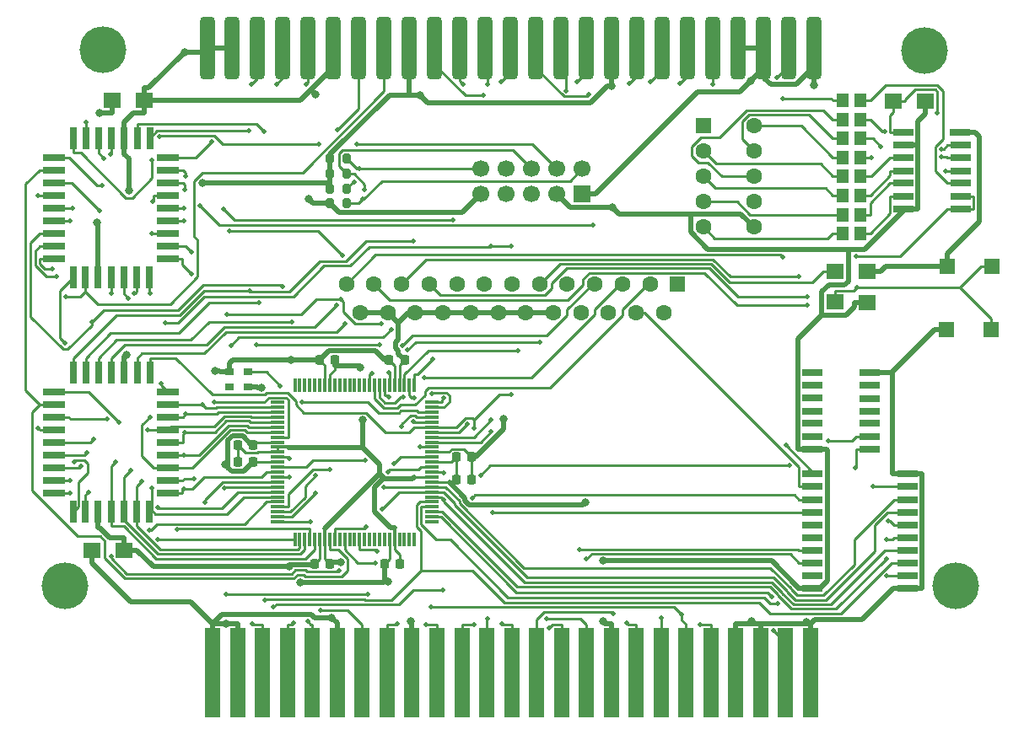
<source format=gbr>
%TF.GenerationSoftware,KiCad,Pcbnew,(6.0.2)*%
%TF.CreationDate,2022-12-30T16:08:33-06:00*%
%TF.ProjectId,REF1329_Altera,52454631-3332-4395-9f41-6c746572612e,rev?*%
%TF.SameCoordinates,Original*%
%TF.FileFunction,Copper,L1,Top*%
%TF.FilePolarity,Positive*%
%FSLAX46Y46*%
G04 Gerber Fmt 4.6, Leading zero omitted, Abs format (unit mm)*
G04 Created by KiCad (PCBNEW (6.0.2)) date 2022-12-30 16:08:33*
%MOMM*%
%LPD*%
G01*
G04 APERTURE LIST*
G04 Aperture macros list*
%AMRoundRect*
0 Rectangle with rounded corners*
0 $1 Rounding radius*
0 $2 $3 $4 $5 $6 $7 $8 $9 X,Y pos of 4 corners*
0 Add a 4 corners polygon primitive as box body*
4,1,4,$2,$3,$4,$5,$6,$7,$8,$9,$2,$3,0*
0 Add four circle primitives for the rounded corners*
1,1,$1+$1,$2,$3*
1,1,$1+$1,$4,$5*
1,1,$1+$1,$6,$7*
1,1,$1+$1,$8,$9*
0 Add four rect primitives between the rounded corners*
20,1,$1+$1,$2,$3,$4,$5,0*
20,1,$1+$1,$4,$5,$6,$7,0*
20,1,$1+$1,$6,$7,$8,$9,0*
20,1,$1+$1,$8,$9,$2,$3,0*%
G04 Aperture macros list end*
%TA.AperFunction,SMDPad,CuDef*%
%ADD10RoundRect,0.225000X-0.225000X-0.250000X0.225000X-0.250000X0.225000X0.250000X-0.225000X0.250000X0*%
%TD*%
%TA.AperFunction,SMDPad,CuDef*%
%ADD11RoundRect,0.375000X-0.375000X-2.750000X0.375000X-2.750000X0.375000X2.750000X-0.375000X2.750000X0*%
%TD*%
%TA.AperFunction,SMDPad,CuDef*%
%ADD12R,1.310000X1.390000*%
%TD*%
%TA.AperFunction,SMDPad,CuDef*%
%ADD13R,1.710000X1.630000*%
%TD*%
%TA.AperFunction,ComponentPad*%
%ADD14R,1.590000X1.590000*%
%TD*%
%TA.AperFunction,ComponentPad*%
%ADD15C,4.680000*%
%TD*%
%TA.AperFunction,SMDPad,CuDef*%
%ADD16RoundRect,0.200000X-0.200000X-0.275000X0.200000X-0.275000X0.200000X0.275000X-0.200000X0.275000X0*%
%TD*%
%TA.AperFunction,ComponentPad*%
%ADD17R,1.600000X1.600000*%
%TD*%
%TA.AperFunction,ComponentPad*%
%ADD18C,1.600000*%
%TD*%
%TA.AperFunction,SMDPad,CuDef*%
%ADD19R,0.700000X2.270000*%
%TD*%
%TA.AperFunction,SMDPad,CuDef*%
%ADD20R,2.270000X0.700000*%
%TD*%
%TA.AperFunction,SMDPad,CuDef*%
%ADD21R,2.000000X0.700000*%
%TD*%
%TA.AperFunction,SMDPad,CuDef*%
%ADD22R,1.475000X0.300000*%
%TD*%
%TA.AperFunction,SMDPad,CuDef*%
%ADD23R,0.300000X1.475000*%
%TD*%
%TA.AperFunction,SMDPad,CuDef*%
%ADD24R,1.700000X1.630000*%
%TD*%
%TA.AperFunction,SMDPad,CuDef*%
%ADD25R,1.500000X9.000000*%
%TD*%
%TA.AperFunction,ComponentPad*%
%ADD26C,1.700000*%
%TD*%
%TA.AperFunction,ComponentPad*%
%ADD27R,1.700000X1.700000*%
%TD*%
%TA.AperFunction,SMDPad,CuDef*%
%ADD28R,0.900000X0.800000*%
%TD*%
%TA.AperFunction,ViaPad*%
%ADD29C,0.500000*%
%TD*%
%TA.AperFunction,ViaPad*%
%ADD30C,0.800000*%
%TD*%
%TA.AperFunction,Conductor*%
%ADD31C,0.250000*%
%TD*%
%TA.AperFunction,Conductor*%
%ADD32C,0.500000*%
%TD*%
%TA.AperFunction,Conductor*%
%ADD33C,0.299800*%
%TD*%
G04 APERTURE END LIST*
D10*
%TO.P,C9,1*%
%TO.N,/VCC*%
X137125000Y-99048000D03*
%TO.P,C9,2*%
%TO.N,/GND*%
X138675000Y-99048000D03*
%TD*%
D11*
%TO.P,J3,1,GND*%
%TO.N,/GND*%
X118842000Y-67717000D03*
%TO.P,J3,2,GND*%
X121379500Y-67717000D03*
%TO.P,J3,3,AD15*%
%TO.N,/AD15*%
X123917000Y-67717000D03*
%TO.P,J3,4,AD14*%
%TO.N,/AD14*%
X126454500Y-67717000D03*
%TO.P,J3,5,AD13*%
%TO.N,/AD13*%
X128992000Y-67717000D03*
%TO.P,J3,6,GND*%
%TO.N,/GND*%
X131529500Y-67717000D03*
%TO.P,J3,7,AD12*%
%TO.N,/AD12*%
X134067000Y-67717000D03*
%TO.P,J3,8,/WR*%
%TO.N,/{slash}write*%
X136604500Y-67717000D03*
%TO.P,J3,9,3.3V*%
%TO.N,/VCC*%
X139142000Y-67717000D03*
%TO.P,J3,10,/RD*%
%TO.N,/{slash}read_top*%
X141679500Y-67717000D03*
%TO.P,J3,11,AD11*%
%TO.N,/AD11*%
X144217000Y-67717000D03*
%TO.P,J3,12,AD10*%
%TO.N,/AD10*%
X146754500Y-67717000D03*
%TO.P,J3,13,12V*%
%TO.N,/12V_Front*%
X149292000Y-67717000D03*
%TO.P,J3,14,12V*%
%TO.N,/UNUSED_Front*%
X151829500Y-67717000D03*
%TO.P,J3,15,AD9*%
%TO.N,/AD9*%
X154367000Y-67717000D03*
%TO.P,J3,16,AD8*%
%TO.N,/AD8*%
X156904500Y-67717000D03*
%TO.P,J3,17,3.3V*%
%TO.N,/VCC*%
X159442000Y-67717000D03*
%TO.P,J3,18,CIC_15*%
%TO.N,/CIC_DATA1*%
X161979500Y-67717000D03*
%TO.P,J3,19,CIC_11*%
%TO.N,/1.6MHZ*%
X164517000Y-67717000D03*
%TO.P,J3,20,/ColdReset*%
%TO.N,/{slash}COLD_RESET*%
X167054500Y-67717000D03*
%TO.P,J3,21,EEPROM_DAT*%
%TO.N,/S_DAT*%
X169592000Y-67717000D03*
%TO.P,J3,22,GND*%
%TO.N,/GND*%
X172129500Y-67717000D03*
%TO.P,J3,23,GND*%
X174667000Y-67717000D03*
%TO.P,J3,24,LAUDIO*%
%TO.N,/LAUDIO*%
X177204500Y-67717000D03*
%TO.P,J3,25,GND*%
%TO.N,/GND*%
X179742000Y-67717000D03*
%TD*%
D12*
%TO.P,R5,1*%
%TO.N,/C*%
X182632500Y-74866000D03*
%TO.P,R5,2*%
%TO.N,/Q1*%
X184418500Y-74867000D03*
%TD*%
D13*
%TO.P,R1,1*%
%TO.N,/Button*%
X181888000Y-93211400D03*
%TO.P,R1,2*%
%TO.N,/VCC*%
X185115000Y-93218400D03*
%TD*%
D12*
%TO.P,R4,1*%
%TO.N,/DP*%
X182632500Y-72961000D03*
%TO.P,R4,2*%
%TO.N,/Q0*%
X184418500Y-72962000D03*
%TD*%
D14*
%TO.P,SW1,1,1*%
%TO.N,/GND*%
X193086500Y-95977500D03*
X193126500Y-89627500D03*
%TO.P,SW1,2,2*%
%TO.N,/Button*%
X197572500Y-95980500D03*
X197611500Y-89628500D03*
%TD*%
D10*
%TO.P,C4,1*%
%TO.N,/GND*%
X121898000Y-109275000D03*
%TO.P,C4,2*%
%TO.N,/VCC*%
X123448000Y-109275000D03*
%TD*%
D15*
%TO.P,Hole1,1*%
%TO.N,N/C*%
X108395000Y-67879000D03*
%TD*%
D16*
%TO.P,R14,1*%
%TO.N,/VCC*%
X131175000Y-81795000D03*
%TO.P,R14,2*%
%TO.N,/TDO*%
X132825000Y-81795000D03*
%TD*%
D10*
%TO.P,C8,1*%
%TO.N,/VCC*%
X143850000Y-108770000D03*
%TO.P,C8,2*%
%TO.N,/GND*%
X145400000Y-108770000D03*
%TD*%
D12*
%TO.P,R8,1*%
%TO.N,/F*%
X182632500Y-80578000D03*
%TO.P,R8,2*%
%TO.N,/Q4*%
X184418500Y-80579000D03*
%TD*%
D15*
%TO.P,Hole2,1*%
%TO.N,N/C*%
X104544000Y-121691000D03*
%TD*%
D16*
%TO.P,R15,1*%
%TO.N,/GND*%
X131175000Y-83295000D03*
%TO.P,R15,2*%
%TO.N,/TCK*%
X132825000Y-83295000D03*
%TD*%
D17*
%TO.P,U3,1,CA*%
%TO.N,/VCC*%
X168639500Y-75512500D03*
D18*
%TO.P,U3,2,F*%
%TO.N,/F*%
X168639500Y-78052500D03*
%TO.P,U3,3,G*%
%TO.N,/G*%
X168639500Y-80592500D03*
%TO.P,U3,4,E*%
%TO.N,/E*%
X168639500Y-83132500D03*
%TO.P,U3,5,D*%
%TO.N,/D*%
X168639500Y-85672500D03*
%TO.P,U3,6,CA*%
%TO.N,/VCC*%
X173719500Y-85672500D03*
%TO.P,U3,7,DP*%
%TO.N,/DP*%
X173719500Y-83132500D03*
%TO.P,U3,8,C*%
%TO.N,/C*%
X173719500Y-80592500D03*
%TO.P,U3,9,B*%
%TO.N,/B*%
X173719500Y-78052500D03*
%TO.P,U3,10,A*%
%TO.N,/A*%
X173719500Y-75512500D03*
%TD*%
D16*
%TO.P,R13,1*%
%TO.N,/VCC*%
X131175000Y-80295000D03*
%TO.P,R13,2*%
%TO.N,/TMS*%
X132825000Y-80295000D03*
%TD*%
D10*
%TO.P,C7,1*%
%TO.N,/VCC*%
X143850000Y-111030000D03*
%TO.P,C7,2*%
%TO.N,/GND*%
X145400000Y-111030000D03*
%TD*%
D19*
%TO.P,U2,1,A18*%
%TO.N,/A18*%
X109210500Y-114259000D03*
%TO.P,U2,2,A16*%
%TO.N,/A16*%
X110479500Y-114258000D03*
%TO.P,U2,3,A15*%
%TO.N,/A15*%
X111789500Y-114257000D03*
%TO.P,U2,4,A12*%
%TO.N,/A12*%
X113059500Y-114257000D03*
D20*
%TO.P,U2,5,A7*%
%TO.N,/A7*%
X114922500Y-112352000D03*
%TO.P,U2,6,A6*%
%TO.N,/A6*%
X114925500Y-111122000D03*
%TO.P,U2,7,A5*%
%TO.N,/A5*%
X114923500Y-109815000D03*
%TO.P,U2,8,A4*%
%TO.N,/A4*%
X114924500Y-108544000D03*
%TO.P,U2,9,A3*%
%TO.N,/A3*%
X114926500Y-107312000D03*
%TO.P,U2,10,A2*%
%TO.N,/A2*%
X114923500Y-106001000D03*
%TO.P,U2,11,A1*%
%TO.N,/A1*%
X114924500Y-104733000D03*
%TO.P,U2,12,A0*%
%TO.N,/A0*%
X114924500Y-103462000D03*
%TO.P,U2,13,Ad8*%
%TO.N,/AD8*%
X114924500Y-102194000D03*
D19*
%TO.P,U2,14,Ad9*%
%TO.N,/AD9*%
X113099500Y-100288000D03*
%TO.P,U2,15,Ad10*%
%TO.N,/AD10*%
X111829500Y-100289000D03*
%TO.P,U2,16,GND*%
%TO.N,/GND*%
X110519500Y-100287000D03*
%TO.P,U2,17,Ad11*%
%TO.N,/AD11*%
X109248500Y-100285000D03*
%TO.P,U2,18,Ad12*%
%TO.N,/AD12*%
X107937500Y-100288000D03*
%TO.P,U2,19,Ad13*%
%TO.N,/AD13*%
X106671500Y-100285000D03*
%TO.P,U2,20,Ad14*%
%TO.N,/AD14*%
X105440500Y-100287000D03*
D20*
%TO.P,U2,21,Ad15*%
%TO.N,/AD15*%
X103494500Y-102193000D03*
%TO.P,U2,22,CE#*%
%TO.N,/Chip_Enable*%
X103494500Y-103465000D03*
%TO.P,U2,23,A10*%
%TO.N,/A10*%
X103493500Y-104733000D03*
%TO.P,U2,24,OE#*%
%TO.N,/Output_Enable*%
X103494500Y-106004000D03*
%TO.P,U2,25,A11*%
%TO.N,/A11*%
X103495500Y-107311000D03*
%TO.P,U2,26,A9*%
%TO.N,/A9*%
X103494500Y-108543000D03*
%TO.P,U2,27,A8*%
%TO.N,/A8*%
X103497500Y-109812000D03*
%TO.P,U2,28,A13*%
%TO.N,/A13*%
X103494500Y-111124000D03*
%TO.P,U2,29,A14*%
%TO.N,/A14*%
X103493500Y-112355000D03*
D19*
%TO.P,U2,30,A17*%
%TO.N,/A17*%
X105398500Y-114259000D03*
%TO.P,U2,31,WE#*%
%TO.N,/{slash}write*%
X106629500Y-114256000D03*
%TO.P,U2,32,VCC*%
%TO.N,/VCC*%
X107900500Y-114257000D03*
%TD*%
D12*
%TO.P,R7,1*%
%TO.N,/A*%
X182632500Y-78675000D03*
%TO.P,R7,2*%
%TO.N,/Q3*%
X184418500Y-78676000D03*
%TD*%
D21*
%TO.P,U5,1*%
%TO.N,/74HC04*%
X185313000Y-107986000D03*
%TO.P,U5,2*%
%TO.N,/74HC04-374*%
X185312000Y-106719000D03*
%TO.P,U5,3*%
%TO.N,N/C*%
X185318000Y-105405000D03*
%TO.P,U5,4*%
X185311000Y-104179000D03*
%TO.P,U5,5*%
X185311000Y-102868000D03*
%TO.P,U5,6*%
X185312000Y-101596000D03*
%TO.P,U5,7,GND*%
%TO.N,/GND*%
X185310000Y-100286000D03*
%TO.P,U5,8*%
%TO.N,N/C*%
X179597000Y-100284000D03*
%TO.P,U5,9*%
X179597000Y-101595000D03*
%TO.P,U5,10*%
X179599000Y-102865000D03*
%TO.P,U5,11*%
X179595000Y-104177000D03*
%TO.P,U5,12*%
X179596000Y-105403000D03*
%TO.P,U5,13*%
X179597000Y-106711000D03*
%TO.P,U5,14,VCC*%
%TO.N,/VCC*%
X179597000Y-107983000D03*
%TD*%
D10*
%TO.P,C6,1*%
%TO.N,/VCC*%
X136625000Y-119500000D03*
%TO.P,C6,2*%
%TO.N,/GND*%
X138175000Y-119500000D03*
%TD*%
D22*
%TO.P,U7,1,IO2_1*%
%TO.N,unconnected-(U7-Pad1)*%
X125911000Y-103274000D03*
%TO.P,U7,2,IO1_2*%
%TO.N,/A0*%
X125911000Y-103774000D03*
%TO.P,U7,3,IO1_3*%
%TO.N,/A1*%
X125911000Y-104274000D03*
%TO.P,U7,4,IO1_4*%
%TO.N,/A2*%
X125911000Y-104774000D03*
%TO.P,U7,5,IO1_5*%
%TO.N,/A3*%
X125911000Y-105274000D03*
%TO.P,U7,6,IO1_6*%
%TO.N,/A4*%
X125911000Y-105774000D03*
%TO.P,U7,7,IO1_7*%
%TO.N,/A5*%
X125911000Y-106274000D03*
%TO.P,U7,8,IO1_8*%
%TO.N,/A6*%
X125911000Y-106774000D03*
%TO.P,U7,9,VCCIO1*%
%TO.N,/VCC*%
X125911000Y-107274000D03*
%TO.P,U7,10,GNDIO*%
%TO.N,/GND*%
X125911000Y-107774000D03*
%TO.P,U7,11,GNDINT*%
X125911000Y-108274000D03*
%TO.P,U7,12,IO1_12/GCLK0*%
%TO.N,/CLK*%
X125911000Y-108774000D03*
%TO.P,U7,13,VCCINT*%
%TO.N,/VCC*%
X125911000Y-109274000D03*
%TO.P,U7,14,IO1_14/GCLK1*%
%TO.N,/ALE_H*%
X125911000Y-109774000D03*
%TO.P,U7,15,IO1_15*%
%TO.N,/A7*%
X125911000Y-110274000D03*
%TO.P,U7,16,IO1_16*%
%TO.N,/A8*%
X125911000Y-110774000D03*
%TO.P,U7,17,IO1_17*%
%TO.N,/A9*%
X125911000Y-111274000D03*
%TO.P,U7,18,IO1_18*%
%TO.N,/A10*%
X125911000Y-111774000D03*
%TO.P,U7,19,IO1_19*%
%TO.N,/A11*%
X125911000Y-112274000D03*
%TO.P,U7,20,IO1_20*%
%TO.N,/A12*%
X125911000Y-112774000D03*
%TO.P,U7,21,IO1_21*%
%TO.N,/A13*%
X125911000Y-113274000D03*
%TO.P,U7,22,TMS*%
%TO.N,/TMS*%
X125911000Y-113774000D03*
%TO.P,U7,23,TDI*%
%TO.N,/TDI*%
X125911000Y-114274000D03*
%TO.P,U7,24,TCK*%
%TO.N,/TCK*%
X125911000Y-114774000D03*
%TO.P,U7,25,TDO*%
%TO.N,/TDO*%
X125911000Y-115274000D03*
D23*
%TO.P,U7,26,IO1_26*%
%TO.N,/A14*%
X127649000Y-117012000D03*
%TO.P,U7,27,IO1_27*%
%TO.N,/A15*%
X128149000Y-117012000D03*
%TO.P,U7,28,IO1_28*%
%TO.N,/A16*%
X128649000Y-117012000D03*
%TO.P,U7,29,IO1_29*%
%TO.N,/A17*%
X129149000Y-117012000D03*
%TO.P,U7,30,IO1_30*%
%TO.N,/A18*%
X129649000Y-117012000D03*
%TO.P,U7,31,VCCIO1*%
%TO.N,/VCC*%
X130149000Y-117012000D03*
%TO.P,U7,32,GNDIO*%
%TO.N,/GND*%
X130649000Y-117012000D03*
%TO.P,U7,33,IO1_33*%
%TO.N,/Chip_Enable*%
X131149000Y-117012000D03*
%TO.P,U7,34,IO1_34*%
%TO.N,/Output_Enable*%
X131649000Y-117012000D03*
%TO.P,U7,35,IO1_35*%
%TO.N,unconnected-(U7-Pad35)*%
X132149000Y-117012000D03*
%TO.P,U7,36,IO1_36*%
%TO.N,/{slash}read_bottom*%
X132649000Y-117012000D03*
%TO.P,U7,37,IO1_37*%
%TO.N,unconnected-(U7-Pad37)*%
X133149000Y-117012000D03*
%TO.P,U7,38,IO1_38*%
%TO.N,unconnected-(U7-Pad38)*%
X133649000Y-117012000D03*
%TO.P,U7,39,IO1_39*%
%TO.N,/{slash}COLD_RESET*%
X134149000Y-117012000D03*
%TO.P,U7,40,IO1_40*%
%TO.N,unconnected-(U7-Pad40)*%
X134649000Y-117012000D03*
%TO.P,U7,41,IO1_41*%
%TO.N,unconnected-(U7-Pad41)*%
X135149000Y-117012000D03*
%TO.P,U7,42,IO1_42*%
%TO.N,unconnected-(U7-Pad42)*%
X135649000Y-117012000D03*
%TO.P,U7,43,IO1_43/DEV_OE*%
%TO.N,unconnected-(U7-Pad43)*%
X136149000Y-117012000D03*
%TO.P,U7,44,IO1_44/DEV_CLRn*%
%TO.N,unconnected-(U7-Pad44)*%
X136649000Y-117012000D03*
%TO.P,U7,45,VCCIO1*%
%TO.N,/VCC*%
X137149000Y-117012000D03*
%TO.P,U7,46,GNDIO*%
%TO.N,/GND*%
X137649000Y-117012000D03*
%TO.P,U7,47,IO1_47*%
%TO.N,unconnected-(U7-Pad47)*%
X138149000Y-117012000D03*
%TO.P,U7,48,IO1_48*%
%TO.N,unconnected-(U7-Pad48)*%
X138649000Y-117012000D03*
%TO.P,U7,49,IO1_49*%
%TO.N,unconnected-(U7-Pad49)*%
X139149000Y-117012000D03*
%TO.P,U7,50,IO1_50*%
%TO.N,unconnected-(U7-Pad50)*%
X139649000Y-117012000D03*
D22*
%TO.P,U7,51,IO1_51*%
%TO.N,unconnected-(U7-Pad51)*%
X141387000Y-115274000D03*
%TO.P,U7,52,IO2_52*%
%TO.N,/74HC164_DSA_DSB*%
X141387000Y-114774000D03*
%TO.P,U7,53,IO2_53*%
%TO.N,/74HC164_CP*%
X141387000Y-114274000D03*
%TO.P,U7,54,IO2_54*%
%TO.N,/74HC04*%
X141387000Y-113774000D03*
%TO.P,U7,55,IO2_55*%
%TO.N,/AD0*%
X141387000Y-113274000D03*
%TO.P,U7,56,IO2_56*%
%TO.N,/AD1*%
X141387000Y-112774000D03*
%TO.P,U7,57,IO2_57*%
%TO.N,/AD2*%
X141387000Y-112274000D03*
%TO.P,U7,58,IO2_58*%
%TO.N,/AD3*%
X141387000Y-111774000D03*
%TO.P,U7,59,VCCIO2*%
%TO.N,/VCC*%
X141387000Y-111274000D03*
%TO.P,U7,60,GNDIO*%
%TO.N,/GND*%
X141387000Y-110774000D03*
%TO.P,U7,61,IO2_61*%
%TO.N,/AD4*%
X141387000Y-110274000D03*
%TO.P,U7,62,IO2_62/GCLK2*%
%TO.N,/ALE_L*%
X141387000Y-109774000D03*
%TO.P,U7,63,VCCINT*%
%TO.N,/VCC*%
X141387000Y-109274000D03*
%TO.P,U7,64,IO2_64/GCLK3*%
%TO.N,/{slash}write*%
X141387000Y-108774000D03*
%TO.P,U7,65,GNDINT*%
%TO.N,/GND*%
X141387000Y-108274000D03*
%TO.P,U7,66,IO2_66*%
%TO.N,/AD5*%
X141387000Y-107774000D03*
%TO.P,U7,67,IO2_67*%
%TO.N,/AD6*%
X141387000Y-107274000D03*
%TO.P,U7,68,IO2_68*%
%TO.N,/AD7*%
X141387000Y-106774000D03*
%TO.P,U7,69,IO2_69*%
%TO.N,/AD8*%
X141387000Y-106274000D03*
%TO.P,U7,70,IO2_70*%
%TO.N,/AD9*%
X141387000Y-105774000D03*
%TO.P,U7,71,IO2_71*%
%TO.N,/AD10*%
X141387000Y-105274000D03*
%TO.P,U7,72,IO2_72*%
%TO.N,/AD11*%
X141387000Y-104774000D03*
%TO.P,U7,73,IO2_73*%
%TO.N,/AD12*%
X141387000Y-104274000D03*
%TO.P,U7,74,IO2_74*%
%TO.N,/AD13*%
X141387000Y-103774000D03*
%TO.P,U7,75,IO2_75*%
%TO.N,/AD14*%
X141387000Y-103274000D03*
D23*
%TO.P,U7,76,IO2_76*%
%TO.N,/AD15*%
X139649000Y-101536000D03*
%TO.P,U7,77,IO2_77*%
%TO.N,/{slash}read_top*%
X139149000Y-101536000D03*
%TO.P,U7,78,IO2_78*%
%TO.N,/PPort_6*%
X138649000Y-101536000D03*
%TO.P,U7,79,GNDIO*%
%TO.N,/GND*%
X138149000Y-101536000D03*
%TO.P,U7,80,VCCIO2*%
%TO.N,/VCC*%
X137649000Y-101536000D03*
%TO.P,U7,81,IO2_81*%
%TO.N,/PPort_5*%
X137149000Y-101536000D03*
%TO.P,U7,82,IO2_82*%
%TO.N,/PPort_4*%
X136649000Y-101536000D03*
%TO.P,U7,83,IO2_83*%
%TO.N,/PPort_3*%
X136149000Y-101536000D03*
%TO.P,U7,84,IO2_84*%
%TO.N,/PPort_2*%
X135649000Y-101536000D03*
%TO.P,U7,85,IO2_85*%
%TO.N,/Button*%
X135149000Y-101536000D03*
%TO.P,U7,86,IO2_86*%
%TO.N,unconnected-(U7-Pad86)*%
X134649000Y-101536000D03*
%TO.P,U7,87,IO2_87*%
%TO.N,unconnected-(U7-Pad87)*%
X134149000Y-101536000D03*
%TO.P,U7,88,IO2_88*%
%TO.N,unconnected-(U7-Pad88)*%
X133649000Y-101536000D03*
%TO.P,U7,89,IO2_89*%
%TO.N,unconnected-(U7-Pad89)*%
X133149000Y-101536000D03*
%TO.P,U7,90,IO2_90*%
%TO.N,unconnected-(U7-Pad90)*%
X132649000Y-101536000D03*
%TO.P,U7,91,IO2_91*%
%TO.N,unconnected-(U7-Pad91)*%
X132149000Y-101536000D03*
%TO.P,U7,92,IO2_92*%
%TO.N,unconnected-(U7-Pad92)*%
X131649000Y-101536000D03*
%TO.P,U7,93,GNDIO*%
%TO.N,/GND*%
X131149000Y-101536000D03*
%TO.P,U7,94,VCCIO2*%
%TO.N,/VCC*%
X130649000Y-101536000D03*
%TO.P,U7,95,IO2_95*%
%TO.N,unconnected-(U7-Pad95)*%
X130149000Y-101536000D03*
%TO.P,U7,96,IO2_96*%
%TO.N,unconnected-(U7-Pad96)*%
X129649000Y-101536000D03*
%TO.P,U7,97,IO2_97*%
%TO.N,unconnected-(U7-Pad97)*%
X129149000Y-101536000D03*
%TO.P,U7,98,IO2_98*%
%TO.N,unconnected-(U7-Pad98)*%
X128649000Y-101536000D03*
%TO.P,U7,99,IO2_99*%
%TO.N,unconnected-(U7-Pad99)*%
X128149000Y-101536000D03*
%TO.P,U7,100,IO2_100*%
%TO.N,unconnected-(U7-Pad100)*%
X127649000Y-101536000D03*
%TD*%
D24*
%TO.P,C1,1*%
%TO.N,/VCC*%
X109306400Y-72963100D03*
%TO.P,C1,2*%
%TO.N,/GND*%
X112524400Y-72963100D03*
%TD*%
D12*
%TO.P,R10,1*%
%TO.N,/E*%
X182632500Y-84428000D03*
%TO.P,R10,2*%
%TO.N,/Q6*%
X184418500Y-84429000D03*
%TD*%
D15*
%TO.P,Hole3,1*%
%TO.N,N/C*%
X190826000Y-67918000D03*
%TD*%
D21*
%TO.P,U6,1,OE*%
%TO.N,/GND*%
X189124000Y-121938000D03*
%TO.P,U6,2,O0*%
%TO.N,/PPort_13*%
X189121000Y-120668000D03*
%TO.P,U6,3,D0*%
%TO.N,/AD0*%
X189121000Y-119398000D03*
%TO.P,U6,4,D1*%
%TO.N,/AD1*%
X189121000Y-118168000D03*
%TO.P,U6,5,O1*%
%TO.N,/PPort_12*%
X189122000Y-116859000D03*
%TO.P,U6,6,O2*%
%TO.N,/PPort_10*%
X189122000Y-115586000D03*
%TO.P,U6,7,D2*%
%TO.N,/AD2*%
X189120000Y-114317000D03*
%TO.P,U6,8,D3*%
%TO.N,/AD3*%
X189122000Y-113047000D03*
%TO.P,U6,9,O3*%
%TO.N,/PPort_11*%
X189121000Y-111736000D03*
%TO.P,U6,10,GND*%
%TO.N,/GND*%
X189121000Y-110468000D03*
%TO.P,U6,11,Cp*%
%TO.N,/74HC04-374*%
X179597000Y-110465000D03*
%TO.P,U6,12,O4*%
%TO.N,/PPort_15*%
X179595000Y-111738000D03*
%TO.P,U6,13,D4*%
%TO.N,/AD4*%
X179597000Y-113046000D03*
%TO.P,U6,14,D5*%
%TO.N,/AD5*%
X179595000Y-114318000D03*
%TO.P,U6,15,O5*%
%TO.N,unconnected-(U6-Pad15)*%
X179598000Y-115587000D03*
%TO.P,U6,16,O6*%
%TO.N,unconnected-(U6-Pad16)*%
X179595000Y-116855000D03*
%TO.P,U6,17,D6*%
%TO.N,/AD6*%
X179597000Y-118167000D03*
%TO.P,U6,18,D7*%
%TO.N,/AD7*%
X179599000Y-119397000D03*
%TO.P,U6,19,O7*%
%TO.N,unconnected-(U6-Pad19)*%
X179596000Y-120666000D03*
%TO.P,U6,20,VCC*%
%TO.N,/VCC*%
X179596000Y-121935000D03*
%TD*%
D25*
%TO.P,J4,1,GND*%
%TO.N,/GND*%
X119411500Y-130432000D03*
%TO.P,J4,2,GND*%
X121911500Y-130432000D03*
%TO.P,J4,3,AD15*%
%TO.N,/AD15*%
X124411500Y-130432000D03*
%TO.P,J4,4,AD14*%
%TO.N,/AD14*%
X126911500Y-130432000D03*
%TO.P,J4,5,AD13*%
%TO.N,/AD13*%
X129411500Y-130432000D03*
%TO.P,J4,6,GND*%
%TO.N,/GND*%
X131911500Y-130432000D03*
%TO.P,J4,7,AD12*%
%TO.N,/AD12*%
X134411500Y-130432000D03*
%TO.P,J4,8,/WR*%
%TO.N,/{slash}write*%
X136911500Y-130432000D03*
%TO.P,J4,9,3.3V*%
%TO.N,/VCC*%
X139411500Y-130432000D03*
%TO.P,J4,10,/RD*%
%TO.N,/{slash}read_bottom*%
X141911500Y-130432000D03*
%TO.P,J4,11,AD11*%
%TO.N,/AD11*%
X144411500Y-130432000D03*
%TO.P,J4,12,AD10*%
%TO.N,/AD10*%
X146911500Y-130432000D03*
%TO.P,J4,13,12V*%
%TO.N,/12V_Front*%
X149411500Y-130432000D03*
%TO.P,J4,14,12V*%
%TO.N,/UNUSED_Front*%
X151911500Y-130432000D03*
%TO.P,J4,15,AD9*%
%TO.N,/AD9*%
X154411500Y-130432000D03*
%TO.P,J4,16,AD8*%
%TO.N,/AD8*%
X156911500Y-130432000D03*
%TO.P,J4,17,3.3V*%
%TO.N,/VCC*%
X159411500Y-130432000D03*
%TO.P,J4,18,CIC_15*%
%TO.N,/CIC_DATA1*%
X161911500Y-130432000D03*
%TO.P,J4,19,CIC_11*%
%TO.N,/1.6MHZ*%
X164411500Y-130432000D03*
%TO.P,J4,20,/ColdReset*%
%TO.N,/{slash}COLD_RESET*%
X166911500Y-130432000D03*
%TO.P,J4,21,EEPROM_DAT*%
%TO.N,/S_DAT*%
X169411500Y-130432000D03*
%TO.P,J4,22,GND*%
%TO.N,/GND*%
X171911500Y-130432000D03*
%TO.P,J4,23,GND*%
X174411500Y-130432000D03*
%TO.P,J4,24,LAUDIO*%
%TO.N,/LAUDIO*%
X176911500Y-130432000D03*
%TO.P,J4,25,GND*%
%TO.N,/GND*%
X179411500Y-130432000D03*
%TD*%
D13*
%TO.P,R2,1*%
%TO.N,/74HC164_CP*%
X187733000Y-72995900D03*
%TO.P,R2,2*%
%TO.N,/VCC*%
X190960000Y-73002900D03*
%TD*%
D10*
%TO.P,C5,1*%
%TO.N,/VCC*%
X129625000Y-119500000D03*
%TO.P,C5,2*%
%TO.N,/GND*%
X131175000Y-119500000D03*
%TD*%
D15*
%TO.P,Hole4,1*%
%TO.N,N/C*%
X194001000Y-121736000D03*
%TD*%
D19*
%TO.P,U1,1,A18*%
%TO.N,/A18*%
X109210500Y-90731000D03*
%TO.P,U1,2,A16*%
%TO.N,/A16*%
X110479500Y-90730000D03*
%TO.P,U1,3,A15*%
%TO.N,/A15*%
X111789500Y-90729000D03*
%TO.P,U1,4,A12*%
%TO.N,/A12*%
X113059500Y-90729000D03*
D20*
%TO.P,U1,5,A7*%
%TO.N,/A7*%
X114922500Y-88824000D03*
%TO.P,U1,6,A6*%
%TO.N,/A6*%
X114925500Y-87594000D03*
%TO.P,U1,7,A5*%
%TO.N,/A5*%
X114923500Y-86287000D03*
%TO.P,U1,8,A4*%
%TO.N,/A4*%
X114924500Y-85016000D03*
%TO.P,U1,9,A3*%
%TO.N,/A3*%
X114926500Y-83784000D03*
%TO.P,U1,10,A2*%
%TO.N,/A2*%
X114923500Y-82473000D03*
%TO.P,U1,11,A1*%
%TO.N,/A1*%
X114924500Y-81205000D03*
%TO.P,U1,12,A0*%
%TO.N,/A0*%
X114924500Y-79934000D03*
%TO.P,U1,13,Ad0*%
%TO.N,/AD0*%
X114924500Y-78666000D03*
D19*
%TO.P,U1,14,Ad1*%
%TO.N,/AD1*%
X113099500Y-76760000D03*
%TO.P,U1,15,Ad2*%
%TO.N,/AD2*%
X111829500Y-76761000D03*
%TO.P,U1,16,GND*%
%TO.N,/GND*%
X110519500Y-76759000D03*
%TO.P,U1,17,Ad3*%
%TO.N,/AD3*%
X109248500Y-76757000D03*
%TO.P,U1,18,Ad4*%
%TO.N,/AD4*%
X107937500Y-76760000D03*
%TO.P,U1,19,Ad5*%
%TO.N,/AD5*%
X106671500Y-76757000D03*
%TO.P,U1,20,Ad6*%
%TO.N,/AD6*%
X105440500Y-76759000D03*
D20*
%TO.P,U1,21,Ad7*%
%TO.N,/AD7*%
X103494500Y-78665000D03*
%TO.P,U1,22,CE#*%
%TO.N,/Chip_Enable*%
X103494500Y-79937000D03*
%TO.P,U1,23,A10*%
%TO.N,/A10*%
X103493500Y-81205000D03*
%TO.P,U1,24,OE#*%
%TO.N,/Output_Enable*%
X103494500Y-82476000D03*
%TO.P,U1,25,A11*%
%TO.N,/A11*%
X103495500Y-83783000D03*
%TO.P,U1,26,A9*%
%TO.N,/A9*%
X103494500Y-85015000D03*
%TO.P,U1,27,A8*%
%TO.N,/A8*%
X103497500Y-86284000D03*
%TO.P,U1,28,A13*%
%TO.N,/A13*%
X103494500Y-87596000D03*
%TO.P,U1,29,A14*%
%TO.N,/A14*%
X103493500Y-88827000D03*
D19*
%TO.P,U1,30,A17*%
%TO.N,/A17*%
X105398500Y-90731000D03*
%TO.P,U1,31,WE#*%
%TO.N,/{slash}write*%
X106629500Y-90728000D03*
%TO.P,U1,32,VCC*%
%TO.N,/VCC*%
X107900500Y-90729000D03*
%TD*%
D12*
%TO.P,R11,1*%
%TO.N,/D*%
X182632500Y-86299000D03*
%TO.P,R11,2*%
%TO.N,/Q7*%
X184418500Y-86300000D03*
%TD*%
D13*
%TO.P,R3,1*%
%TO.N,/PPort_6*%
X181888000Y-90139900D03*
%TO.P,R3,2*%
%TO.N,/GND*%
X185115000Y-90146900D03*
%TD*%
D10*
%TO.P,C3,1*%
%TO.N,/GND*%
X121898000Y-107530000D03*
%TO.P,C3,2*%
%TO.N,/VCC*%
X123448000Y-107530000D03*
%TD*%
D26*
%TO.P,J6,1,Pin_1*%
%TO.N,/TCK*%
X156510000Y-79820500D03*
D27*
%TO.P,J6,2,Pin_2*%
%TO.N,/GND*%
X156510000Y-82360500D03*
D26*
%TO.P,J6,3,Pin_3*%
%TO.N,/TDO*%
X153970000Y-79820500D03*
%TO.P,J6,4,Pin_4*%
%TO.N,/VCC*%
X153970000Y-82360500D03*
%TO.P,J6,5,Pin_5*%
%TO.N,/TMS*%
X151430000Y-79820500D03*
%TO.P,J6,6,Pin_6*%
%TO.N,unconnected-(J6-Pad6)*%
X151430000Y-82360500D03*
%TO.P,J6,7,Pin_7*%
%TO.N,unconnected-(J6-Pad7)*%
X148890000Y-79820500D03*
%TO.P,J6,8,Pin_8*%
%TO.N,unconnected-(J6-Pad8)*%
X148890000Y-82360500D03*
%TO.P,J6,9,Pin_9*%
%TO.N,/TDI*%
X146350000Y-79820500D03*
%TO.P,J6,10,Pin_10*%
%TO.N,/GND*%
X146350000Y-82360500D03*
%TD*%
D12*
%TO.P,R6,1*%
%TO.N,/B*%
X182632500Y-76767000D03*
%TO.P,R6,2*%
%TO.N,/Q2*%
X184418500Y-76768000D03*
%TD*%
%TO.P,R9,1*%
%TO.N,/G*%
X182632500Y-82485000D03*
%TO.P,R9,2*%
%TO.N,/Q5*%
X184418500Y-82486000D03*
%TD*%
D24*
%TO.P,C2,1*%
%TO.N,/GND*%
X107284400Y-118120100D03*
%TO.P,C2,2*%
%TO.N,/VCC*%
X110502400Y-118120100D03*
%TD*%
D16*
%TO.P,R12,1*%
%TO.N,/VCC*%
X131175000Y-78795000D03*
%TO.P,R12,2*%
%TO.N,/TDI*%
X132825000Y-78795000D03*
%TD*%
D21*
%TO.P,U4,1,DSA*%
%TO.N,/74HC164_DSA_DSB*%
X194449500Y-83832000D03*
%TO.P,U4,2,DSB*%
X194448500Y-82565000D03*
%TO.P,U4,3,Q0*%
%TO.N,/Q0*%
X194454500Y-81251000D03*
%TO.P,U4,4,Q1*%
%TO.N,/Q1*%
X194447500Y-80025000D03*
%TO.P,U4,5,Q2*%
%TO.N,/Q2*%
X194447500Y-78714000D03*
%TO.P,U4,6,Q3*%
%TO.N,/Q3*%
X194448500Y-77442000D03*
%TO.P,U4,7,GND*%
%TO.N,/GND*%
X194446500Y-76132000D03*
%TO.P,U4,8,CP*%
%TO.N,/74HC164_CP*%
X188733500Y-76130000D03*
%TO.P,U4,9,~{MR}*%
%TO.N,/VCC*%
X188733500Y-77441000D03*
%TO.P,U4,10,Q4*%
%TO.N,/Q4*%
X188735500Y-78711000D03*
%TO.P,U4,11,Q5*%
%TO.N,/Q5*%
X188731500Y-80023000D03*
%TO.P,U4,12,Q6*%
%TO.N,/Q6*%
X188732500Y-81249000D03*
%TO.P,U4,13,Q7*%
%TO.N,/Q7*%
X188733500Y-82557000D03*
%TO.P,U4,14,VCC*%
%TO.N,/VCC*%
X188733500Y-83829000D03*
%TD*%
D10*
%TO.P,C10,1*%
%TO.N,/VCC*%
X130125000Y-99048000D03*
%TO.P,C10,2*%
%TO.N,/GND*%
X131675000Y-99048000D03*
%TD*%
D28*
%TO.P,X1,1,Tri-State*%
%TO.N,unconnected-(X1-Pad1)*%
X121083000Y-101685000D03*
%TO.P,X1,2,GND*%
%TO.N,/GND*%
X122933000Y-101685000D03*
%TO.P,X1,3,OUT*%
%TO.N,/CLK*%
X122933000Y-100235000D03*
%TO.P,X1,4,VDD*%
%TO.N,/VCC*%
X121083000Y-100235000D03*
%TD*%
D17*
%TO.P,J1,1,1*%
%TO.N,unconnected-(J1-Pad1)*%
X166066000Y-91391700D03*
D18*
%TO.P,J1,2,2*%
%TO.N,/PPort_2*%
X163296000Y-91391700D03*
%TO.P,J1,3,3*%
%TO.N,/PPort_3*%
X160526000Y-91391700D03*
%TO.P,J1,4,4*%
%TO.N,/PPort_4*%
X157756000Y-91391700D03*
%TO.P,J1,5,5*%
%TO.N,/PPort_5*%
X154986000Y-91391700D03*
%TO.P,J1,6,6*%
%TO.N,/PPort_6*%
X152216000Y-91391700D03*
%TO.P,J1,7,7*%
%TO.N,unconnected-(J1-Pad7)*%
X149446000Y-91391700D03*
%TO.P,J1,8,8*%
%TO.N,unconnected-(J1-Pad8)*%
X146676000Y-91391700D03*
%TO.P,J1,9,9*%
%TO.N,unconnected-(J1-Pad9)*%
X143906000Y-91391700D03*
%TO.P,J1,10,10*%
%TO.N,/PPort_10*%
X141136000Y-91391700D03*
%TO.P,J1,11,11*%
%TO.N,/PPort_11*%
X138366000Y-91391700D03*
%TO.P,J1,12,12*%
%TO.N,/PPort_12*%
X135596000Y-91391700D03*
%TO.P,J1,13,13*%
%TO.N,/PPort_13*%
X132826000Y-91391700D03*
%TO.P,J1,14,P14*%
%TO.N,unconnected-(J1-Pad14)*%
X164681000Y-94231700D03*
%TO.P,J1,15,P15*%
%TO.N,/PPort_15*%
X161911000Y-94231700D03*
%TO.P,J1,16,P16*%
%TO.N,unconnected-(J1-Pad16)*%
X159141000Y-94231700D03*
%TO.P,J1,17,P17*%
%TO.N,unconnected-(J1-Pad17)*%
X156371000Y-94231700D03*
%TO.P,J1,18,P18*%
%TO.N,/GND*%
X153601000Y-94231700D03*
%TO.P,J1,19,P19*%
X150831000Y-94231700D03*
%TO.P,J1,20,P20*%
X148061000Y-94231700D03*
%TO.P,J1,21,P21*%
X145291000Y-94231700D03*
%TO.P,J1,22,P22*%
X142521000Y-94231700D03*
%TO.P,J1,23,P23*%
X139751000Y-94231700D03*
%TO.P,J1,24,P24*%
X136981000Y-94231700D03*
%TO.P,J1,25,P25*%
X134211000Y-94231700D03*
%TD*%
D29*
%TO.N,/A18*%
X109210500Y-92354900D03*
X109653900Y-109277700D03*
%TO.N,/A16*%
X110959000Y-92829500D03*
X111158600Y-110139300D03*
%TO.N,/A15*%
X111476900Y-92357200D03*
X112263600Y-111228700D03*
%TO.N,/A12*%
X113091000Y-92318700D03*
X113267000Y-111914000D03*
%TO.N,/A7*%
X116509100Y-111928200D03*
X117296300Y-90359900D03*
%TO.N,/A6*%
X119521600Y-103250000D03*
X117296300Y-88204400D03*
X117531600Y-110965700D03*
%TO.N,/A5*%
X113086900Y-104795800D03*
X113302400Y-86287000D03*
%TO.N,/A4*%
X116518900Y-85016000D03*
X116526600Y-108544000D03*
%TO.N,/A3*%
X116636400Y-106272300D03*
X116521100Y-83784000D03*
%TO.N,/A2*%
X113399100Y-83107300D03*
X112886000Y-106001000D03*
%TO.N,/A1*%
X116711600Y-104414000D03*
X116584500Y-81879200D03*
%TO.N,/A0*%
X118389900Y-103462000D03*
X116668600Y-80584200D03*
%TO.N,/AD0*%
X119294100Y-77075000D03*
X124609000Y-123164200D03*
%TO.N,/AD1*%
X142496200Y-122169800D03*
X123003100Y-76019600D03*
X125513500Y-123833700D03*
X142598200Y-113085200D03*
%TO.N,/AD2*%
X124550500Y-76067600D03*
X136370300Y-113979800D03*
D30*
%TO.N,/GND*%
X110730900Y-98490500D03*
X134184100Y-99813200D03*
X148576500Y-104932100D03*
X134462600Y-105062400D03*
X132242400Y-119332600D03*
X179744000Y-71451000D03*
X131355600Y-124889600D03*
X124341500Y-101787500D03*
X173493200Y-125295900D03*
X116555300Y-68138000D03*
X120727000Y-125481900D03*
X178963700Y-125315800D03*
X129034700Y-82885200D03*
X110975200Y-81995500D03*
X129753500Y-72326400D03*
X173405100Y-70993100D03*
D29*
%TO.N,/AD3*%
X114069700Y-76616700D03*
X109159900Y-78371600D03*
X130050500Y-77340800D03*
X136600900Y-111774000D03*
%TO.N,/AD4*%
X121060300Y-86088200D03*
X108481100Y-78753100D03*
X142598000Y-110372200D03*
X132395400Y-88529300D03*
X145431300Y-112878800D03*
%TO.N,/AD5*%
X120790700Y-94421400D03*
X136324500Y-95370500D03*
X140199400Y-107774000D03*
X106671500Y-75130200D03*
X132290900Y-92954400D03*
X147481800Y-114318000D03*
%TO.N,/AD6*%
X113302900Y-78927700D03*
X120475600Y-83842700D03*
X156183500Y-118024900D03*
X147306800Y-106243000D03*
X143554300Y-84923700D03*
%TO.N,/AD7*%
X108304400Y-81488700D03*
X156911500Y-119014700D03*
X147348900Y-105057100D03*
X118082900Y-83483200D03*
X157552000Y-85499500D03*
%TO.N,/A10*%
X108044900Y-84024700D03*
X120609800Y-111871800D03*
X108829700Y-104966000D03*
%TO.N,/Output_Enable*%
X132100600Y-120182700D03*
X101886100Y-82476000D03*
X109198400Y-118724200D03*
X134814700Y-115805000D03*
X101854500Y-105893400D03*
%TO.N,/A11*%
X107462500Y-106986300D03*
X105298100Y-83783000D03*
X113879700Y-113847800D03*
%TO.N,/A9*%
X105086300Y-85015000D03*
X118626400Y-113324500D03*
X106772800Y-108298700D03*
%TO.N,/A8*%
X106188100Y-109668900D03*
X107295600Y-95194000D03*
X127105500Y-110774000D03*
X126457500Y-91610200D03*
%TO.N,/A13*%
X113050200Y-116150900D03*
X105097300Y-111124000D03*
X103716300Y-90668400D03*
%TO.N,/A14*%
X105102100Y-112355000D03*
X103266200Y-89866200D03*
X113911300Y-117012000D03*
%TO.N,/A17*%
X105504000Y-109243200D03*
X115840400Y-116074600D03*
X104614700Y-97361300D03*
%TO.N,/{slash}write*%
X104652300Y-92690000D03*
X120706900Y-122583300D03*
X137926900Y-125526600D03*
X134949800Y-122583300D03*
X106929300Y-112285800D03*
X137595600Y-109422000D03*
D30*
%TO.N,/VCC*%
X119655300Y-100117500D03*
X159418000Y-71460000D03*
X120625500Y-109495800D03*
X127301700Y-99048000D03*
X156848600Y-113316500D03*
X140214800Y-72408900D03*
X118334900Y-81246800D03*
X108041300Y-74228200D03*
X159491400Y-83673400D03*
X107829800Y-85233400D03*
X158573700Y-125270300D03*
X137014100Y-121320000D03*
X158627800Y-119200100D03*
X139314200Y-125260700D03*
X128229100Y-121333000D03*
X127077600Y-119741600D03*
D29*
%TO.N,/AD8*%
X114258600Y-101378500D03*
X155985000Y-71087000D03*
X147292900Y-87573300D03*
X149326300Y-87573300D03*
X114678000Y-95310100D03*
X144999300Y-105412200D03*
X152937600Y-124965000D03*
%TO.N,/AD9*%
X154903400Y-71974000D03*
X149354100Y-102510800D03*
X153180500Y-125897200D03*
X145654800Y-105833100D03*
%TO.N,/AD10*%
X146965600Y-125009500D03*
X132709300Y-95349500D03*
X146952300Y-71326400D03*
X139510200Y-105198000D03*
%TO.N,/AD11*%
X138397400Y-105726600D03*
X145611900Y-125606900D03*
X131827700Y-93529600D03*
X144529000Y-71320000D03*
%TO.N,/AD12*%
X131957800Y-75871200D03*
X127326300Y-95173500D03*
X130215000Y-124142100D03*
X128352000Y-103208900D03*
%TO.N,/AD13*%
X123780200Y-97521200D03*
X128814000Y-71303100D03*
X141389300Y-102378600D03*
X136125900Y-97521200D03*
X128924600Y-125283100D03*
X124041600Y-93215500D03*
%TO.N,/AD14*%
X125837200Y-71299500D03*
X142569400Y-102864300D03*
X127493700Y-125431500D03*
X123087300Y-92087200D03*
X139539200Y-87063700D03*
%TO.N,/AD15*%
X121231300Y-97566700D03*
X123389500Y-125557100D03*
X141512500Y-98901000D03*
X123289500Y-71332100D03*
X137316200Y-95934100D03*
X109999100Y-105268100D03*
%TO.N,/{slash}read_bottom*%
X135717900Y-119380300D03*
X140811400Y-125606900D03*
%TO.N,/{slash}COLD_RESET*%
X135893500Y-118263100D03*
X166429800Y-124556900D03*
X166286000Y-71240000D03*
X141326800Y-123842700D03*
%TO.N,/ALE_L*%
X136984500Y-110244600D03*
%TO.N,/ALE_H*%
X134682500Y-109048000D03*
%TO.N,/Button*%
X135362900Y-100329600D03*
X177285100Y-109607500D03*
X146313400Y-110577100D03*
X184051200Y-91719800D03*
%TO.N,/PPort_3*%
X140664600Y-100811300D03*
X138554700Y-102778000D03*
%TO.N,/PPort_4*%
X138482000Y-97536800D03*
X137059500Y-102736300D03*
%TO.N,/PPort_5*%
X138989800Y-98019400D03*
X137066900Y-100293200D03*
X152242500Y-97225800D03*
%TO.N,/PPort_6*%
X150005800Y-98089400D03*
%TO.N,/74HC164_DSA_DSB*%
X184020400Y-88597600D03*
X175536400Y-122808300D03*
%TO.N,/74HC164_CP*%
X187013000Y-118972700D03*
X192140200Y-74172700D03*
%TO.N,/74HC04*%
X183879400Y-109836400D03*
X176111600Y-123450000D03*
%TO.N,/{slash}read_top*%
X139612200Y-102829400D03*
X146567900Y-72448400D03*
%TO.N,/DP*%
X176589900Y-72806600D03*
%TO.N,/PPort_10*%
X187173200Y-115165500D03*
X179037900Y-92690000D03*
%TO.N,/PPort_11*%
X178206900Y-90651500D03*
X185717700Y-111736000D03*
%TO.N,/PPort_12*%
X179085500Y-93551000D03*
X187029900Y-117028700D03*
%TO.N,/PPort_13*%
X187072700Y-120685300D03*
X176641200Y-88695700D03*
%TO.N,/12V_Front*%
X148368600Y-71090800D03*
X148442800Y-125505200D03*
%TO.N,/UNUSED_Front*%
X157189300Y-72304800D03*
X159577300Y-124465700D03*
%TO.N,/CIC_DATA1*%
X161222000Y-71240000D03*
X160967000Y-125441600D03*
%TO.N,/1.6MHZ*%
X163331000Y-71082000D03*
X164396100Y-124942900D03*
%TO.N,/S_DAT*%
X169611000Y-71291500D03*
X168312300Y-125606900D03*
%TO.N,/LAUDIO*%
X176018648Y-70616400D03*
X175711998Y-126181400D03*
%TO.N,/74HC04-374*%
X176947700Y-107603000D03*
X181224400Y-107155700D03*
%TO.N,/Q1*%
X192993800Y-80025000D03*
X186827900Y-76041600D03*
%TO.N,/Q2*%
X192531400Y-78621800D03*
X186475300Y-77589300D03*
%TO.N,/Q3*%
X185540100Y-78676000D03*
X192529400Y-77807900D03*
%TO.N,/TDO*%
X133837100Y-77325700D03*
X129170100Y-115274000D03*
X133585800Y-81147400D03*
%TO.N,/TMS*%
X134668700Y-81938300D03*
X131129700Y-109999000D03*
%TO.N,/TDI*%
X129754800Y-110591000D03*
X134137900Y-79820500D03*
%TO.N,/TCK*%
X129754800Y-112350100D03*
X134463400Y-82874200D03*
%TO.N,/CLK*%
X126185200Y-101649700D03*
X127108400Y-108908800D03*
%TD*%
D31*
%TO.N,/A18*%
X129649000Y-118074600D02*
X128743600Y-118980000D01*
X129649000Y-117012000D02*
X129649000Y-118074600D01*
X109210500Y-114887600D02*
X109210500Y-115719100D01*
X109210500Y-109721100D02*
X109653900Y-109277700D01*
X113737500Y-118980000D02*
X110476600Y-115719100D01*
X110476600Y-115719100D02*
X109210500Y-115719100D01*
X109210500Y-114259000D02*
X109210500Y-109721100D01*
X128743600Y-118980000D02*
X113737500Y-118980000D01*
X109210500Y-92354900D02*
X109210500Y-90731000D01*
X109210500Y-114887600D02*
X109210500Y-114259000D01*
%TO.N,/A16*%
X110479500Y-114258000D02*
X110479500Y-110818400D01*
X113924000Y-118529900D02*
X110479500Y-115085400D01*
X110479500Y-115085400D02*
X110479500Y-114258000D01*
X128649000Y-118074600D02*
X128193700Y-118529900D01*
X128649000Y-117012000D02*
X128649000Y-118074600D01*
X110479500Y-90730000D02*
X110479500Y-92350000D01*
X110479500Y-92350000D02*
X110959000Y-92829500D01*
X110479500Y-110818400D02*
X111158600Y-110139300D01*
X128193700Y-118529900D02*
X113924000Y-118529900D01*
%TO.N,/A15*%
X111789500Y-92189100D02*
X111621400Y-92357200D01*
X111789500Y-114257000D02*
X111789500Y-115717100D01*
X128149000Y-117012000D02*
X128149000Y-117861200D01*
X128149000Y-117861200D02*
X127935500Y-118074700D01*
X111789500Y-112796900D02*
X111789600Y-112796900D01*
X111789500Y-90729000D02*
X111789500Y-92189100D01*
X114147100Y-118074700D02*
X111789500Y-115717100D01*
X111789600Y-112796900D02*
X111789600Y-111702700D01*
X111621400Y-92357200D02*
X111476900Y-92357200D01*
X111789600Y-111702700D02*
X112263600Y-111228700D01*
X111789500Y-114257000D02*
X111789500Y-112796900D01*
X127935500Y-118074700D02*
X114147100Y-118074700D01*
%TO.N,/A12*%
X113673800Y-114468800D02*
X120841000Y-114468800D01*
X113059500Y-114257000D02*
X113254500Y-114062000D01*
X113254500Y-114062000D02*
X113267000Y-114062000D01*
X113267000Y-114062000D02*
X113673800Y-114468800D01*
X122535800Y-112774000D02*
X125911000Y-112774000D01*
X113267000Y-114062000D02*
X113267000Y-111914000D01*
X113059500Y-92287200D02*
X113091000Y-92318700D01*
X120841000Y-114468800D02*
X122535800Y-112774000D01*
X113059500Y-90729000D02*
X113059500Y-92287200D01*
%TO.N,/A7*%
X114922500Y-88824000D02*
X116382600Y-88824000D01*
X116382600Y-112054700D02*
X116509100Y-111928200D01*
X116509100Y-111928200D02*
X117382400Y-111928200D01*
X117382400Y-111928200D02*
X118525500Y-110785100D01*
X125911000Y-110274000D02*
X124848400Y-110274000D01*
X124337300Y-110785100D02*
X124848400Y-110274000D01*
X116382600Y-112352000D02*
X116382600Y-112054700D01*
X116382600Y-88824000D02*
X116382600Y-89446200D01*
X114922500Y-112352000D02*
X116382600Y-112352000D01*
X116382600Y-89446200D02*
X117296300Y-90359900D01*
X118525500Y-110785100D02*
X124337300Y-110785100D01*
%TO.N,/A6*%
X116685900Y-87594000D02*
X117296300Y-88204400D01*
X126973600Y-106774000D02*
X126973600Y-102981700D01*
X126790800Y-102798900D02*
X125038900Y-102798900D01*
X116541900Y-110965700D02*
X116385600Y-111122000D01*
X125038900Y-102798900D02*
X124587800Y-103250000D01*
X114925500Y-111122000D02*
X116385600Y-111122000D01*
X124587800Y-103250000D02*
X119521600Y-103250000D01*
X126973600Y-102981700D02*
X126790800Y-102798900D01*
X125911000Y-106774000D02*
X126973600Y-106774000D01*
X117531600Y-110965700D02*
X116541900Y-110965700D01*
X114925500Y-87594000D02*
X116685900Y-87594000D01*
%TO.N,/A5*%
X125911000Y-106274000D02*
X124848400Y-106274000D01*
X122641200Y-106028900D02*
X121154800Y-106028900D01*
X114923500Y-86287000D02*
X113463400Y-86287000D01*
X114923500Y-109815000D02*
X113463400Y-109815000D01*
X122886300Y-106274000D02*
X122641200Y-106028900D01*
X124848400Y-106274000D02*
X122886300Y-106274000D01*
X117368700Y-109815000D02*
X114923500Y-109815000D01*
X113463400Y-86287000D02*
X113302400Y-86287000D01*
X112309100Y-105573600D02*
X113086900Y-104795800D01*
X112309100Y-108660700D02*
X112309100Y-105573600D01*
X113463400Y-109815000D02*
X112309100Y-108660700D01*
X121154800Y-106028900D02*
X117368700Y-109815000D01*
%TO.N,/A4*%
X114924500Y-108544000D02*
X116384600Y-108544000D01*
X114924500Y-85016000D02*
X116384600Y-85016000D01*
X118003100Y-108544000D02*
X116526600Y-108544000D01*
X116384600Y-108544000D02*
X116526600Y-108544000D01*
X122827700Y-105578800D02*
X120968300Y-105578800D01*
X116384600Y-85016000D02*
X116518900Y-85016000D01*
X125911000Y-105774000D02*
X123022900Y-105774000D01*
X120968300Y-105578800D02*
X118003100Y-108544000D01*
X123022900Y-105774000D02*
X122827700Y-105578800D01*
%TO.N,/A3*%
X123014200Y-105128700D02*
X120781800Y-105128700D01*
X116386600Y-83784000D02*
X116521100Y-83784000D01*
X119638200Y-106272300D02*
X116636400Y-106272300D01*
X125911000Y-105274000D02*
X123159500Y-105274000D01*
X120781800Y-105128700D02*
X119638200Y-106272300D01*
X123159500Y-105274000D02*
X123014200Y-105128700D01*
X114926500Y-107312000D02*
X116386600Y-107312000D01*
X114926500Y-83784000D02*
X116386600Y-83784000D01*
X116386600Y-107312000D02*
X116386600Y-106522100D01*
X116386600Y-106522100D02*
X116636400Y-106272300D01*
%TO.N,/A2*%
X119576700Y-105697200D02*
X115227300Y-105697200D01*
X115227300Y-105697200D02*
X114923500Y-106001000D01*
X120595300Y-104678600D02*
X119576700Y-105697200D01*
X113463400Y-83043000D02*
X113399100Y-83107300D01*
X114923500Y-106001000D02*
X113463400Y-106001000D01*
X113463400Y-82473000D02*
X113463400Y-83043000D01*
X125911000Y-104774000D02*
X123296100Y-104774000D01*
X113463400Y-106001000D02*
X112886000Y-106001000D01*
X123296100Y-104774000D02*
X123200700Y-104678600D01*
X114923500Y-82473000D02*
X113463400Y-82473000D01*
X123200700Y-104678600D02*
X120595300Y-104678600D01*
%TO.N,/A1*%
X116711600Y-104414000D02*
X116392600Y-104733000D01*
X114924500Y-104733000D02*
X116384600Y-104733000D01*
X123387200Y-104228500D02*
X119993100Y-104228500D01*
X119807600Y-104414000D02*
X116711600Y-104414000D01*
X119993100Y-104228500D02*
X119807600Y-104414000D01*
X116384600Y-81205000D02*
X116584500Y-81404900D01*
X125911000Y-104274000D02*
X123432700Y-104274000D01*
X123432700Y-104274000D02*
X123387200Y-104228500D01*
X114924500Y-81205000D02*
X116384600Y-81205000D01*
X116584500Y-81404900D02*
X116584500Y-81879200D01*
X116392600Y-104733000D02*
X116384600Y-104733000D01*
%TO.N,/A0*%
X116384600Y-103462000D02*
X118389900Y-103462000D01*
X119811000Y-103774000D02*
X125911000Y-103774000D01*
X114924500Y-79934000D02*
X116384600Y-79934000D01*
X119759900Y-103825100D02*
X119811000Y-103774000D01*
X118753000Y-103825100D02*
X119759900Y-103825100D01*
X118389900Y-103462000D02*
X118753000Y-103825100D01*
X114924500Y-103462000D02*
X116384600Y-103462000D01*
X116668600Y-80218000D02*
X116668600Y-80584200D01*
X116384600Y-79934000D02*
X116668600Y-80218000D01*
%TO.N,/AD0*%
X140324400Y-116195200D02*
X140324400Y-120204100D01*
X175381600Y-124482800D02*
X182461500Y-124482800D01*
X134711600Y-123158400D02*
X137370100Y-123158400D01*
X117703100Y-78666000D02*
X119294100Y-77075000D01*
X148675400Y-123392500D02*
X174291300Y-123392500D01*
X140324400Y-113274000D02*
X140187800Y-113274000D01*
X140324400Y-120204100D02*
X145487000Y-120204100D01*
X139874300Y-115745100D02*
X140324400Y-116195200D01*
X174291300Y-123392500D02*
X175381600Y-124482800D01*
X114924500Y-78666000D02*
X117703100Y-78666000D01*
X140187800Y-113274000D02*
X139874300Y-113587500D01*
X139874300Y-113587500D02*
X139874300Y-115745100D01*
X141387000Y-113274000D02*
X140324400Y-113274000D01*
X182461500Y-124482800D02*
X187546300Y-119398000D01*
X145487000Y-120204100D02*
X148675400Y-123392500D01*
X187546300Y-119398000D02*
X189121000Y-119398000D01*
X137370100Y-123158400D02*
X140324400Y-120204100D01*
X124693900Y-123079300D02*
X134632500Y-123079300D01*
X134632500Y-123079300D02*
X134711600Y-123158400D01*
X124609000Y-123164200D02*
X124693900Y-123079300D01*
%TO.N,/AD1*%
X141387000Y-112774000D02*
X142449600Y-112774000D01*
X176561700Y-122450000D02*
X176561700Y-122370100D01*
X125803600Y-123543600D02*
X134460200Y-123543600D01*
X175535100Y-121343500D02*
X150716700Y-121343500D01*
X176561700Y-122370100D02*
X175535100Y-121343500D01*
X142449600Y-112936600D02*
X142598200Y-113085200D01*
X142449600Y-112774000D02*
X142449600Y-112936600D01*
X150716700Y-121343500D02*
X142598200Y-113225000D01*
X113099500Y-76760000D02*
X113839900Y-76019600D01*
X142598200Y-113225000D02*
X142598200Y-113085200D01*
X177694300Y-123582600D02*
X176561700Y-122450000D01*
X113839900Y-76019600D02*
X123003100Y-76019600D01*
X139508400Y-122169800D02*
X142496200Y-122169800D01*
X134460200Y-123543600D02*
X134525100Y-123608500D01*
X134525100Y-123608500D02*
X138069700Y-123608500D01*
X186873500Y-118168000D02*
X181458900Y-123582600D01*
X189121000Y-118168000D02*
X186873500Y-118168000D01*
X181458900Y-123582600D02*
X177694300Y-123582600D01*
X138069700Y-123608500D02*
X139508400Y-122169800D01*
X125513500Y-123833700D02*
X125803600Y-123543600D01*
%TO.N,/AD2*%
X185887400Y-118209500D02*
X180964400Y-123132500D01*
X142605800Y-112274000D02*
X141387000Y-112274000D01*
X111829500Y-75300900D02*
X111830600Y-75299800D01*
X175653700Y-120825500D02*
X150937800Y-120825500D01*
X150937800Y-120825500D02*
X143706000Y-113593700D01*
X177011800Y-122263500D02*
X177011800Y-122183600D01*
X123782700Y-75299800D02*
X124550500Y-76067600D01*
X177011800Y-122183600D02*
X175653700Y-120825500D01*
X189120000Y-114317000D02*
X187163600Y-114317000D01*
X141387000Y-112274000D02*
X138076100Y-112274000D01*
X111830600Y-75299800D02*
X123782700Y-75299800D01*
X143706000Y-113374200D02*
X142605800Y-112274000D01*
X185887400Y-115593200D02*
X185887400Y-118209500D01*
X138076100Y-112274000D02*
X136370300Y-113979800D01*
X187163600Y-114317000D02*
X185887400Y-115593200D01*
X177880800Y-123132500D02*
X177011800Y-122263500D01*
X111829500Y-76761000D02*
X111829500Y-75300900D01*
X180964400Y-123132500D02*
X177880800Y-123132500D01*
X143706000Y-113593700D02*
X143706000Y-113374200D01*
%TO.N,/GND*%
X131149000Y-101536000D02*
X131149000Y-100499000D01*
D32*
X110519500Y-76759000D02*
X110519500Y-78344100D01*
X112524400Y-71698000D02*
X112995300Y-71698000D01*
X139751000Y-94231700D02*
X142521000Y-94231700D01*
X187670900Y-110468000D02*
X187670900Y-100424000D01*
D31*
X130649000Y-117012000D02*
X130649000Y-118974000D01*
D32*
X107284400Y-119385200D02*
X111182700Y-123283500D01*
X193126500Y-89627500D02*
X186939500Y-89627500D01*
X110975200Y-78799800D02*
X110519500Y-78344100D01*
X145770000Y-108770000D02*
X148576500Y-105963500D01*
D33*
X130649000Y-115938200D02*
X130649000Y-117012000D01*
D32*
X157810100Y-82360500D02*
X168103500Y-72067100D01*
X138024900Y-95275700D02*
X138024900Y-96978500D01*
X185310000Y-100286000D02*
X186586100Y-100286000D01*
X136675700Y-110944700D02*
X139450300Y-110944700D01*
X136159100Y-110428100D02*
X130649000Y-115938200D01*
X110730900Y-98490500D02*
X110519500Y-98701900D01*
X107284400Y-118120100D02*
X107284400Y-119385200D01*
X132242400Y-119332600D02*
X131342400Y-119332600D01*
X193086500Y-95977500D02*
X191841400Y-95977500D01*
X129034700Y-82885200D02*
X129444500Y-83295000D01*
X138025000Y-95275600D02*
X138024900Y-95275700D01*
X110519500Y-75966400D02*
X110519500Y-76759000D01*
X136557900Y-110826900D02*
X136675700Y-110944700D01*
X112524400Y-72963100D02*
X112524400Y-71698000D01*
D31*
X143094000Y-108274000D02*
X143397000Y-107970000D01*
X138156000Y-101536000D02*
X138174000Y-101518000D01*
D32*
X119411500Y-125481900D02*
X120727000Y-125481900D01*
X131342400Y-119332600D02*
X131175000Y-119500000D01*
X116555300Y-68138000D02*
X118421000Y-68138000D01*
D31*
X138174000Y-99548500D02*
X138675000Y-99048000D01*
X138175000Y-118575000D02*
X138175000Y-119500000D01*
D32*
X137781900Y-97826800D02*
X138024900Y-98069800D01*
X139068900Y-94231700D02*
X138025000Y-95275600D01*
X174667000Y-67717000D02*
X172129500Y-67717000D01*
X168103500Y-72067100D02*
X172331100Y-72067100D01*
D31*
X123901000Y-108330000D02*
X122698000Y-108330000D01*
D32*
X138024900Y-98397900D02*
X138675000Y-99048000D01*
X136557900Y-110826900D02*
X135619100Y-111765700D01*
X179742000Y-69511800D02*
X179742000Y-67717000D01*
D33*
X137649000Y-115824200D02*
X137649000Y-117012000D01*
D32*
X179742000Y-71449000D02*
X179742000Y-67717000D01*
X179835500Y-125057900D02*
X184554000Y-125057900D01*
X123935600Y-101787500D02*
X123833100Y-101685000D01*
X145400000Y-108770000D02*
X145770000Y-108770000D01*
D31*
X137649000Y-118049000D02*
X138175000Y-118575000D01*
D32*
X110519500Y-75966400D02*
X110519500Y-75173900D01*
X138025000Y-95275600D02*
X136981000Y-94231700D01*
X129276700Y-71849600D02*
X131529500Y-69596800D01*
X138024900Y-96978500D02*
X137781900Y-97221500D01*
D31*
X141387000Y-108274000D02*
X143094000Y-108274000D01*
D32*
X124341500Y-101787500D02*
X123935600Y-101787500D01*
X175406900Y-71315900D02*
X177937900Y-71315900D01*
X187670900Y-100424000D02*
X187532900Y-100286000D01*
X131675000Y-99629400D02*
X134000300Y-99629400D01*
X195896600Y-76132000D02*
X196361000Y-76596400D01*
X145291000Y-94231700D02*
X148061000Y-94231700D01*
X134211000Y-94231700D02*
X136981000Y-94231700D01*
X121911500Y-130432000D02*
X121911500Y-125481900D01*
X148576500Y-105963500D02*
X148576500Y-104932100D01*
D31*
X123956000Y-108274000D02*
X123901000Y-108330000D01*
D32*
X148061000Y-94231700D02*
X150831000Y-94231700D01*
X129624500Y-124889600D02*
X131355600Y-124889600D01*
X174789000Y-69609200D02*
X173405100Y-70993100D01*
D31*
X141387000Y-110774000D02*
X139621000Y-110774000D01*
D32*
X119411500Y-125481900D02*
X120310500Y-124582900D01*
X156510000Y-82360500D02*
X157810100Y-82360500D01*
X174411500Y-130432000D02*
X174411500Y-125481900D01*
X137224600Y-115824200D02*
X137649000Y-115824200D01*
X110519500Y-100287000D02*
X110519500Y-98701900D01*
X173493200Y-125481900D02*
X174411500Y-125481900D01*
D31*
X131675000Y-99973500D02*
X131675000Y-99629400D01*
D32*
X135619100Y-111765700D02*
X135619100Y-114218700D01*
X129276700Y-71849600D02*
X129753500Y-72326400D01*
X110975200Y-81995500D02*
X110975200Y-78799800D01*
X131911500Y-125445500D02*
X131911500Y-125481900D01*
X179411500Y-125481900D02*
X178963700Y-125481900D01*
X177937900Y-71315900D02*
X179742000Y-69511800D01*
X187532900Y-100286000D02*
X191841400Y-95977500D01*
X134462600Y-107791100D02*
X134462600Y-105062400D01*
D33*
X126999800Y-107791100D02*
X126998500Y-107789800D01*
D32*
X117213100Y-123283500D02*
X119411500Y-125481900D01*
D33*
X125911000Y-107774000D02*
X126998500Y-107774000D01*
D32*
X136159100Y-110428100D02*
X136159100Y-109487600D01*
D31*
X138174000Y-101518000D02*
X138174000Y-99548500D01*
X130649000Y-118974000D02*
X131175000Y-119500000D01*
D32*
X144487600Y-84222900D02*
X132102900Y-84222900D01*
X190574100Y-110471000D02*
X190571100Y-110468000D01*
X139751000Y-94231700D02*
X139068900Y-94231700D01*
X179411500Y-130432000D02*
X179411500Y-125656900D01*
D31*
X125911000Y-108274000D02*
X123956000Y-108274000D01*
D32*
X129444500Y-83295000D02*
X131175000Y-83295000D01*
X174789000Y-70698000D02*
X175406900Y-71315900D01*
X136159100Y-110428100D02*
X136557900Y-110826900D01*
X121379500Y-67717000D02*
X118842000Y-67717000D01*
X118421000Y-68138000D02*
X118842000Y-67717000D01*
X174789000Y-69609200D02*
X174789000Y-70698000D01*
D31*
X145400000Y-108770000D02*
X145400000Y-111030000D01*
D32*
X120310500Y-124582900D02*
X129317800Y-124582900D01*
X131355600Y-124889600D02*
X131911500Y-125445500D01*
X179411500Y-125656900D02*
X179411500Y-125481900D01*
D33*
X126998500Y-107789800D02*
X126998500Y-107774000D01*
D32*
X112524400Y-72963100D02*
X112524400Y-74228200D01*
D31*
X138149000Y-101536000D02*
X138156000Y-101536000D01*
D32*
X138024900Y-98069800D02*
X138024900Y-98397900D01*
X173493200Y-125481900D02*
X173493200Y-125295900D01*
X188399000Y-121938000D02*
X187673900Y-121938000D01*
D31*
X144600000Y-107970000D02*
X145400000Y-108770000D01*
X143397000Y-107970000D02*
X144600000Y-107970000D01*
D32*
X146350000Y-82360500D02*
X144487600Y-84222900D01*
X129317800Y-124582900D02*
X129624500Y-124889600D01*
X178963700Y-125481900D02*
X174411500Y-125481900D01*
X119411500Y-130432000D02*
X119411500Y-125481900D01*
X196361000Y-76596400D02*
X196361000Y-85147900D01*
X134000300Y-99629400D02*
X134184100Y-99813200D01*
X128163200Y-72963100D02*
X112524400Y-72963100D01*
D31*
X137649000Y-117012000D02*
X137649000Y-118049000D01*
D32*
X179411500Y-125481900D02*
X179835500Y-125057900D01*
X186939500Y-89627500D02*
X186420100Y-90146900D01*
X188399000Y-121938000D02*
X189124000Y-121938000D01*
X194446500Y-76132000D02*
X195896600Y-76132000D01*
D31*
X121898000Y-107530000D02*
X121898000Y-109275000D01*
D32*
X171911500Y-130432000D02*
X171911500Y-125481900D01*
X134462600Y-107791100D02*
X126999800Y-107791100D01*
D31*
X125911000Y-107774000D02*
X125911000Y-108274000D01*
D32*
X131911500Y-130432000D02*
X131911500Y-125481900D01*
X184554000Y-125057900D02*
X187673900Y-121938000D01*
X189121000Y-110468000D02*
X187670900Y-110468000D01*
X132102900Y-84222900D02*
X131175000Y-83295000D01*
X142521000Y-94231700D02*
X145291000Y-94231700D01*
X186586100Y-100286000D02*
X187532900Y-100286000D01*
X135619100Y-114218700D02*
X137224600Y-115824200D01*
X174667000Y-67717000D02*
X174667000Y-69487200D01*
X131529500Y-69596800D02*
X131529500Y-67717000D01*
X111465200Y-74228200D02*
X110519500Y-75173900D01*
X190574100Y-121938000D02*
X190574100Y-110471000D01*
D31*
X122698000Y-108330000D02*
X121898000Y-107530000D01*
D32*
X150831000Y-94231700D02*
X153601000Y-94231700D01*
X179744000Y-71451000D02*
X179742000Y-71449000D01*
X185115000Y-90146900D02*
X186420100Y-90146900D01*
X120727000Y-125481900D02*
X121911500Y-125481900D01*
X189124000Y-121938000D02*
X190574100Y-121938000D01*
X122933000Y-101685000D02*
X123833100Y-101685000D01*
X178963700Y-125481900D02*
X178963700Y-125315800D01*
X193126500Y-89627500D02*
X193126500Y-88382400D01*
X137781900Y-97221500D02*
X137781900Y-97826800D01*
X172331100Y-72067100D02*
X173405100Y-70993100D01*
X189121000Y-110468000D02*
X190571100Y-110468000D01*
D31*
X131675000Y-99629400D02*
X131675000Y-99048000D01*
D32*
X129276700Y-71849600D02*
X128163200Y-72963100D01*
X112524400Y-74228200D02*
X111465200Y-74228200D01*
X196361000Y-85147900D02*
X193126500Y-88382400D01*
X111182700Y-123283500D02*
X117213100Y-123283500D01*
X171911500Y-125481900D02*
X173493200Y-125481900D01*
X174667000Y-69487200D02*
X174789000Y-69609200D01*
X139450300Y-110944700D02*
X139621000Y-110774000D01*
D31*
X131149000Y-100499000D02*
X131675000Y-99973500D01*
D32*
X136159100Y-109487600D02*
X134462600Y-107791100D01*
X112995300Y-71698000D02*
X116555300Y-68138000D01*
D31*
%TO.N,/AD3*%
X109248500Y-78283000D02*
X109248500Y-76757000D01*
X119532400Y-76499900D02*
X114186500Y-76499900D01*
X183801500Y-117042400D02*
X183801500Y-119578400D01*
X177461900Y-121997100D02*
X175390100Y-119925300D01*
X142755900Y-111774000D02*
X141387000Y-111774000D01*
X180726600Y-122653300D02*
X178038200Y-122653300D01*
X130050500Y-77340800D02*
X120373300Y-77340800D01*
X144156100Y-113407100D02*
X144156100Y-113174200D01*
X187796900Y-113047000D02*
X183801500Y-117042400D01*
X120373300Y-77340800D02*
X119532400Y-76499900D01*
X144156100Y-113174200D02*
X142755900Y-111774000D01*
X183801500Y-119578400D02*
X180726600Y-122653300D01*
X114186500Y-76499900D02*
X114069700Y-76616700D01*
X136600900Y-111774000D02*
X141387000Y-111774000D01*
X177461900Y-122077000D02*
X177461900Y-121997100D01*
X189122000Y-113047000D02*
X187796900Y-113047000D01*
X150674300Y-119925300D02*
X144156100Y-113407100D01*
X178038200Y-122653300D02*
X177461900Y-122077000D01*
X109159900Y-78371600D02*
X109248500Y-78283000D01*
X175390100Y-119925300D02*
X150674300Y-119925300D01*
%TO.N,/AD4*%
X108481100Y-78753100D02*
X107948100Y-78220100D01*
X129954300Y-86088200D02*
X121060300Y-86088200D01*
X107937500Y-76760000D02*
X107937500Y-78220100D01*
X132395400Y-88529300D02*
X129954300Y-86088200D01*
X177776500Y-112550600D02*
X145759500Y-112550600D01*
X179597000Y-113046000D02*
X178271900Y-113046000D01*
X145759500Y-112550600D02*
X145431300Y-112878800D01*
X178271900Y-113046000D02*
X177776500Y-112550600D01*
X141387000Y-110274000D02*
X142449600Y-110274000D01*
X142499800Y-110274000D02*
X142598000Y-110372200D01*
X142449600Y-110274000D02*
X142499800Y-110274000D01*
X107948100Y-78220100D02*
X107937500Y-78220100D01*
%TO.N,/AD5*%
X129776500Y-92954400D02*
X128309500Y-94421400D01*
X128309500Y-94421400D02*
X120790700Y-94421400D01*
X141387000Y-107774000D02*
X140199400Y-107774000D01*
X133720100Y-95370500D02*
X132510500Y-94160900D01*
X132290900Y-92954400D02*
X129776500Y-92954400D01*
X179595000Y-114318000D02*
X147481800Y-114318000D01*
X132510500Y-93174000D02*
X132290900Y-92954400D01*
X136324500Y-95370500D02*
X133720100Y-95370500D01*
X132510500Y-94160900D02*
X132510500Y-93174000D01*
X106671500Y-75130200D02*
X106671500Y-76757000D01*
%TO.N,/AD6*%
X111305200Y-82728000D02*
X113302900Y-80730300D01*
X146275800Y-107274000D02*
X141387000Y-107274000D01*
X147306800Y-106243000D02*
X146275800Y-107274000D01*
X113302900Y-80730300D02*
X113302900Y-78927700D01*
X105440500Y-78219100D02*
X106163800Y-78219100D01*
X178271900Y-118167000D02*
X178129800Y-118024900D01*
X105440500Y-76759000D02*
X105440500Y-78219100D01*
X110672700Y-82728000D02*
X111305200Y-82728000D01*
X178129800Y-118024900D02*
X156183500Y-118024900D01*
X179597000Y-118167000D02*
X178271900Y-118167000D01*
X106163800Y-78219100D02*
X110672700Y-82728000D01*
X121556600Y-84923700D02*
X143554300Y-84923700D01*
X120475600Y-83842700D02*
X121556600Y-84923700D01*
%TO.N,/AD7*%
X108304400Y-81488700D02*
X107778300Y-81488700D01*
X107778300Y-81488700D02*
X104954600Y-78665000D01*
X103494500Y-78665000D02*
X104954600Y-78665000D01*
X179599000Y-119397000D02*
X178273900Y-119397000D01*
X157451200Y-118475000D02*
X177351900Y-118475000D01*
X120099200Y-85499500D02*
X118082900Y-83483200D01*
X177351900Y-118475000D02*
X178273900Y-119397000D01*
X157552000Y-85499500D02*
X120099200Y-85499500D01*
X156911500Y-119014700D02*
X157451200Y-118475000D01*
X147348900Y-105057100D02*
X145632000Y-106774000D01*
X145632000Y-106774000D02*
X141387000Y-106774000D01*
%TO.N,/Chip_Enable*%
X108567900Y-117205000D02*
X108104300Y-116741400D01*
X132352300Y-120757900D02*
X128679500Y-120757900D01*
X127548700Y-120932900D02*
X110548400Y-120932900D01*
X102034400Y-79937000D02*
X100627400Y-81344000D01*
X101271800Y-112133600D02*
X101271800Y-104227600D01*
X132010000Y-118074600D02*
X132970100Y-119034700D01*
X128501900Y-120580300D02*
X127901300Y-120580300D01*
X100627400Y-81344000D02*
X100627400Y-102058000D01*
X105879600Y-116741400D02*
X101271800Y-112133600D01*
X127901300Y-120580300D02*
X127548700Y-120932900D01*
X100627400Y-102058000D02*
X102034400Y-103465000D01*
X110548400Y-120932900D02*
X108567900Y-118952400D01*
X108104300Y-116741400D02*
X105879600Y-116741400D01*
X132970100Y-120140100D02*
X132352300Y-120757900D01*
X108567900Y-118952400D02*
X108567900Y-117205000D01*
X103494500Y-103465000D02*
X102034400Y-103465000D01*
X101271800Y-104227600D02*
X102034400Y-103465000D01*
X131149000Y-117012000D02*
X131149000Y-118074600D01*
X103494500Y-79937000D02*
X102034400Y-79937000D01*
X131149000Y-118074600D02*
X132010000Y-118074600D01*
X132970100Y-119034700D02*
X132970100Y-120140100D01*
X128679500Y-120757900D02*
X128501900Y-120580300D01*
%TO.N,/A10*%
X105225200Y-81205000D02*
X108044900Y-84024700D01*
X103493500Y-81205000D02*
X105225200Y-81205000D01*
X105186600Y-104966000D02*
X108829700Y-104966000D01*
X120707600Y-111774000D02*
X120609800Y-111871800D01*
X125911000Y-111774000D02*
X120707600Y-111774000D01*
X103493500Y-104733000D02*
X104953600Y-104733000D01*
X104953600Y-104733000D02*
X105186600Y-104966000D01*
%TO.N,/Output_Enable*%
X110734900Y-120482800D02*
X127362100Y-120482800D01*
X131649000Y-115949400D02*
X134670300Y-115949400D01*
X103494500Y-82476000D02*
X101886100Y-82476000D01*
X128688400Y-120130200D02*
X128866000Y-120307800D01*
X128866000Y-120307800D02*
X131975500Y-120307800D01*
X103494500Y-106004000D02*
X102034400Y-106004000D01*
X109198400Y-118724200D02*
X109198400Y-118946300D01*
X134670300Y-115949400D02*
X134814700Y-115805000D01*
X127714700Y-120130200D02*
X128688400Y-120130200D01*
X101923800Y-105893400D02*
X101854500Y-105893400D01*
X131975500Y-120307800D02*
X132100600Y-120182700D01*
X102034400Y-106004000D02*
X101923800Y-105893400D01*
X131649000Y-117012000D02*
X131649000Y-115949400D01*
X109198400Y-118946300D02*
X110734900Y-120482800D01*
X127362100Y-120482800D02*
X127714700Y-120130200D01*
%TO.N,/A11*%
X120339400Y-113899600D02*
X121965000Y-112274000D01*
X121965000Y-112274000D02*
X125911000Y-112274000D01*
X113931500Y-113899600D02*
X120339400Y-113899600D01*
X105298100Y-83783000D02*
X103495500Y-83783000D01*
X107462500Y-106986300D02*
X107137800Y-107311000D01*
X113879700Y-113847800D02*
X113931500Y-113899600D01*
X107137800Y-107311000D02*
X103495500Y-107311000D01*
%TO.N,/A9*%
X104954600Y-85015000D02*
X105086300Y-85015000D01*
X118626400Y-113028300D02*
X118626400Y-113324500D01*
X103494500Y-108543000D02*
X104954600Y-108543000D01*
X120380700Y-111274000D02*
X118626400Y-113028300D01*
X104954600Y-108543000D02*
X106528500Y-108543000D01*
X106528500Y-108543000D02*
X106772800Y-108298700D01*
X103494500Y-85015000D02*
X104954600Y-85015000D01*
X125911000Y-111274000D02*
X120380700Y-111274000D01*
%TO.N,/A8*%
X106188100Y-109668900D02*
X105977000Y-109880000D01*
X101110600Y-87210800D02*
X102037400Y-86284000D01*
X108428400Y-94061200D02*
X115892500Y-94061200D01*
X105977000Y-109880000D02*
X105025600Y-109880000D01*
X125911000Y-110774000D02*
X126973600Y-110774000D01*
X126973600Y-110774000D02*
X127105500Y-110774000D01*
X105025600Y-109880000D02*
X104957600Y-109812000D01*
X107295600Y-95194000D02*
X107295600Y-95514300D01*
X104869300Y-97940600D02*
X104372900Y-97940600D01*
X103497500Y-86284000D02*
X102037400Y-86284000D01*
X107295600Y-95514300D02*
X104869300Y-97940600D01*
X126315600Y-91468300D02*
X126457500Y-91610200D01*
X107295600Y-95194000D02*
X108428400Y-94061200D01*
X115892500Y-94061200D02*
X118485400Y-91468300D01*
X101110600Y-94678300D02*
X101110600Y-87210800D01*
X103497500Y-109812000D02*
X104957600Y-109812000D01*
X104372900Y-97940600D02*
X101110600Y-94678300D01*
X118485400Y-91468300D02*
X126315600Y-91468300D01*
%TO.N,/A13*%
X105097300Y-111124000D02*
X103494500Y-111124000D01*
X113173600Y-116150900D02*
X113050200Y-116150900D01*
X102716800Y-90668400D02*
X103716300Y-90668400D01*
X122630300Y-115492000D02*
X113832500Y-115492000D01*
X125911000Y-113274000D02*
X124848300Y-113274000D01*
X113832500Y-115492000D02*
X113173600Y-116150900D01*
X102034400Y-87596000D02*
X101569400Y-88061000D01*
X103494500Y-87596000D02*
X102034400Y-87596000D01*
X124848300Y-113274000D02*
X122630300Y-115492000D01*
X101569400Y-89521000D02*
X102716800Y-90668400D01*
X101569400Y-88061000D02*
X101569400Y-89521000D01*
%TO.N,/A14*%
X113911300Y-117012000D02*
X127649000Y-117012000D01*
X102552900Y-89866200D02*
X103266200Y-89866200D01*
X103493500Y-88827000D02*
X102033400Y-88827000D01*
X102033400Y-88827000D02*
X102033400Y-89346700D01*
X104953600Y-112355000D02*
X105102100Y-112355000D01*
X102033400Y-89346700D02*
X102552900Y-89866200D01*
X103493500Y-112355000D02*
X104953600Y-112355000D01*
%TO.N,/A17*%
X115965600Y-115949400D02*
X115840400Y-116074600D01*
X106840000Y-109417300D02*
X106486100Y-109063400D01*
X105398500Y-90731000D02*
X104077100Y-92052400D01*
X105398500Y-114259000D02*
X105913000Y-113744500D01*
X104077100Y-92052400D02*
X104077100Y-96823700D01*
X105913000Y-111249100D02*
X106840000Y-110322100D01*
X104077100Y-96823700D02*
X104614700Y-97361300D01*
X105683800Y-109063400D02*
X105504000Y-109243200D01*
X105913000Y-113744500D02*
X105913000Y-111249100D01*
X129149000Y-117012000D02*
X129149000Y-115949400D01*
X129149000Y-115949400D02*
X115965600Y-115949400D01*
X106486100Y-109063400D02*
X105683800Y-109063400D01*
X106840000Y-110322100D02*
X106840000Y-109417300D01*
%TO.N,/{slash}write*%
X136604500Y-72037900D02*
X136604500Y-67717000D01*
X137846600Y-125606900D02*
X137926900Y-125526600D01*
X117503300Y-86587600D02*
X117503300Y-81042100D01*
X136911500Y-125606900D02*
X137846600Y-125606900D01*
X141387000Y-108774000D02*
X138243600Y-108774000D01*
X118367300Y-80178100D02*
X128464300Y-80178100D01*
X117889500Y-90670500D02*
X117889500Y-86973800D01*
X117889500Y-86973800D02*
X117503300Y-86587600D01*
X115155400Y-93404600D02*
X117889500Y-90670500D01*
X106127600Y-92690000D02*
X104652300Y-92690000D01*
X106629500Y-114256000D02*
X106629500Y-112585600D01*
X138243600Y-108774000D02*
X137595600Y-109422000D01*
X106629500Y-92188100D02*
X107846000Y-93404600D01*
X134949800Y-122583300D02*
X120706900Y-122583300D01*
X107846000Y-93404600D02*
X115155400Y-93404600D01*
X106629500Y-92188100D02*
X106127600Y-92690000D01*
X117503300Y-81042100D02*
X118367300Y-80178100D01*
X128464300Y-80178100D02*
X136604500Y-72037900D01*
X106629500Y-90728000D02*
X106629500Y-92188100D01*
X136911500Y-130432000D02*
X136911500Y-125606900D01*
X106629500Y-112585600D02*
X106929300Y-112285800D01*
%TO.N,/VCC*%
X125911000Y-109274000D02*
X123449000Y-109274000D01*
D32*
X120065400Y-100117500D02*
X119655300Y-100117500D01*
X183173600Y-87884800D02*
X169073800Y-87884800D01*
X109306400Y-72963100D02*
X109306400Y-74228200D01*
X121419900Y-99048000D02*
X121083000Y-99384900D01*
X167356500Y-84382700D02*
X172429700Y-84382700D01*
X110502400Y-118120100D02*
X110502400Y-116855000D01*
X130125000Y-99048000D02*
X131068600Y-98104400D01*
X136625000Y-121320000D02*
X137014100Y-121320000D01*
X121083000Y-100235000D02*
X121083000Y-99384900D01*
D31*
X137149000Y-118976000D02*
X136625000Y-119500000D01*
D32*
X137143300Y-72408900D02*
X139142000Y-72408900D01*
X183809900Y-93638800D02*
X183809900Y-93218400D01*
X109046600Y-116855000D02*
X108033700Y-115842100D01*
X107900500Y-114257000D02*
X107900500Y-115842100D01*
X178146900Y-107983000D02*
X178144800Y-107980900D01*
X153970000Y-82360500D02*
X155282900Y-83673400D01*
X144731200Y-112858100D02*
X144731200Y-113168800D01*
X121393100Y-106604000D02*
X122402900Y-106604000D01*
X139411500Y-130432000D02*
X139411500Y-125358000D01*
X131175000Y-78377200D02*
X137143300Y-72408900D01*
X182963400Y-94485300D02*
X183809900Y-93638800D01*
X178145900Y-121858300D02*
X175487700Y-119200100D01*
X190183600Y-75044400D02*
X190183600Y-77441000D01*
X178145900Y-121935000D02*
X178145900Y-121858300D01*
X131068600Y-98104400D02*
X135719000Y-98104400D01*
X155282900Y-83673400D02*
X159491400Y-83673400D01*
X127301700Y-99048000D02*
X121419900Y-99048000D01*
X179597000Y-107983000D02*
X181047100Y-107983000D01*
D31*
X130149000Y-117012000D02*
X130149000Y-118976000D01*
X137649000Y-99572000D02*
X137125000Y-99048000D01*
D32*
X111152500Y-118120100D02*
X111802500Y-118120100D01*
X184854400Y-87897500D02*
X183267500Y-87897500D01*
X159491400Y-83673400D02*
X160200700Y-84382700D01*
X159442000Y-71436000D02*
X159442000Y-67717000D01*
X136612000Y-121333000D02*
X136625000Y-121320000D01*
X131175000Y-80295000D02*
X131175000Y-81246800D01*
X190960000Y-74268000D02*
X190183600Y-75044400D01*
X109306400Y-74228200D02*
X108041300Y-74228200D01*
X159418000Y-71460000D02*
X159442000Y-71436000D01*
X121083000Y-100235000D02*
X120182900Y-100235000D01*
X135719000Y-98104400D02*
X136662600Y-99048000D01*
X123322900Y-107524000D02*
X123454000Y-107524000D01*
X128229100Y-121333000D02*
X136612000Y-121333000D01*
X185115000Y-93218400D02*
X183809900Y-93218400D01*
X183226900Y-87938100D02*
X183173600Y-87884800D01*
X143147100Y-111274000D02*
X144731200Y-112858100D01*
X131175000Y-78795000D02*
X131175000Y-78377200D01*
X110502400Y-116855000D02*
X109046600Y-116855000D01*
X120947300Y-109495800D02*
X120947300Y-107049800D01*
X107900500Y-85304100D02*
X107829800Y-85233400D01*
X175487700Y-119200100D02*
X158627800Y-119200100D01*
X130125000Y-99048000D02*
X127301700Y-99048000D01*
X136625000Y-121320000D02*
X136625000Y-119500000D01*
D31*
X143147100Y-111274000D02*
X143606000Y-111274000D01*
D32*
X120947300Y-109817600D02*
X120947300Y-109495800D01*
X122402900Y-106604000D02*
X123322900Y-107524000D01*
D31*
X137649000Y-101536000D02*
X137649000Y-99572000D01*
D32*
X169073800Y-87884800D02*
X167356500Y-86167500D01*
X188733500Y-83829000D02*
X188733500Y-84018400D01*
X188733500Y-77441000D02*
X190183600Y-77441000D01*
D31*
X137149000Y-117012000D02*
X137149000Y-118976000D01*
D32*
X139142000Y-72408900D02*
X139142000Y-67717000D01*
X183226900Y-91114800D02*
X182845600Y-91496100D01*
X136662600Y-99048000D02*
X137125000Y-99048000D01*
X131175000Y-81246800D02*
X131175000Y-81795000D01*
D31*
X143346000Y-109274000D02*
X143850000Y-108770000D01*
D32*
X122513100Y-110209900D02*
X121339600Y-110209900D01*
D31*
X123704000Y-107274000D02*
X123454000Y-107524000D01*
D32*
X179046000Y-107983000D02*
X178146900Y-107983000D01*
D31*
X143850000Y-111030000D02*
X143850000Y-108770000D01*
D32*
X188733500Y-83829000D02*
X190183600Y-83829000D01*
D31*
X141387000Y-111274000D02*
X143147100Y-111274000D01*
D32*
X139411500Y-125358000D02*
X139314200Y-125260700D01*
D31*
X141387000Y-109274000D02*
X143346000Y-109274000D01*
D32*
X180560100Y-92194900D02*
X180560100Y-94485300D01*
X123448000Y-109275000D02*
X122513100Y-110209900D01*
X158573700Y-125270300D02*
X158785300Y-125481900D01*
X120947300Y-107049800D02*
X121393100Y-106604000D01*
X188733500Y-84018400D02*
X184854400Y-87897500D01*
X159418000Y-71460000D02*
X159037300Y-71460000D01*
X179046000Y-107983000D02*
X179597000Y-107983000D01*
X120182900Y-100235000D02*
X120065400Y-100117500D01*
X160200700Y-84382700D02*
X167356500Y-84382700D01*
X111152500Y-118120100D02*
X110502400Y-118120100D01*
D31*
X130649000Y-101536000D02*
X130649000Y-99572000D01*
D32*
X145141300Y-113578900D02*
X156586200Y-113578900D01*
D31*
X143606000Y-111274000D02*
X143850000Y-111030000D01*
D32*
X127077600Y-119741600D02*
X113424000Y-119741600D01*
X190960000Y-73002900D02*
X190960000Y-74268000D01*
X178144800Y-96900600D02*
X180560100Y-94485300D01*
X121339600Y-110209900D02*
X120947300Y-109817600D01*
X183267500Y-87897500D02*
X183226900Y-87938100D01*
X156586200Y-113578900D02*
X156848600Y-113316500D01*
X190183600Y-83829000D02*
X190185700Y-83826900D01*
X172429700Y-84382700D02*
X173719500Y-85672500D01*
X129625000Y-119500000D02*
X129569900Y-119555100D01*
X139142000Y-72408900D02*
X140214800Y-72408900D01*
X129569900Y-119555100D02*
X127264100Y-119555100D01*
X107900500Y-90729000D02*
X107900500Y-85304100D01*
X183226900Y-87938100D02*
X183226900Y-91114800D01*
X120625500Y-109495800D02*
X120947300Y-109495800D01*
D31*
X125911000Y-107274000D02*
X123704000Y-107274000D01*
D32*
X131175000Y-80295000D02*
X131175000Y-78795000D01*
X180560100Y-94485300D02*
X182963400Y-94485300D01*
D31*
X123454000Y-107524000D02*
X123448000Y-107530000D01*
D32*
X190185700Y-77443100D02*
X190183600Y-77441000D01*
D31*
X130149000Y-118976000D02*
X129625000Y-119500000D01*
D32*
X181258900Y-91496100D02*
X180560100Y-92194900D01*
X159411500Y-130432000D02*
X159411500Y-125481900D01*
X181047100Y-107983000D02*
X181100200Y-108036100D01*
X108033700Y-115842100D02*
X107900500Y-115842100D01*
X190185700Y-83826900D02*
X190185700Y-77443100D01*
D31*
X123449000Y-109274000D02*
X123448000Y-109275000D01*
D32*
X159037300Y-71460000D02*
X157339200Y-73158100D01*
X182845600Y-91496100D02*
X181258900Y-91496100D01*
X140964000Y-73158100D02*
X140214800Y-72408900D01*
X113424000Y-119741600D02*
X111802500Y-118120100D01*
X158785300Y-125481900D02*
X159411500Y-125481900D01*
X167356500Y-86167500D02*
X167356500Y-84382700D01*
X131175000Y-81246800D02*
X118334900Y-81246800D01*
X157339200Y-73158100D02*
X140964000Y-73158100D01*
X181100200Y-108036100D02*
X181100200Y-121207400D01*
X127264100Y-119555100D02*
X127077600Y-119741600D01*
X181100200Y-121207400D02*
X180372600Y-121935000D01*
X178144800Y-107980900D02*
X178144800Y-96900600D01*
X179596000Y-121935000D02*
X178145900Y-121935000D01*
X144731200Y-113168800D02*
X145141300Y-113578900D01*
X180372600Y-121935000D02*
X179596000Y-121935000D01*
D31*
X130649000Y-99572000D02*
X130125000Y-99048000D01*
%TO.N,/AD8*%
X156911500Y-125606900D02*
X156269600Y-124965000D01*
X156269600Y-124965000D02*
X152937600Y-124965000D01*
X114924500Y-102194000D02*
X114258600Y-101528100D01*
X127492200Y-92640300D02*
X130578000Y-89554500D01*
X114678000Y-95310100D02*
X115916900Y-95310100D01*
X115916900Y-95310100D02*
X118564700Y-92662300D01*
X155985000Y-71087000D02*
X156904500Y-70167500D01*
X147227400Y-87638800D02*
X147292900Y-87573300D01*
X123570900Y-92640300D02*
X127492200Y-92640300D01*
X144999300Y-105412200D02*
X144137500Y-106274000D01*
X156904500Y-70167500D02*
X156904500Y-67717000D01*
X156911500Y-130432000D02*
X156911500Y-125606900D01*
X123548900Y-92662300D02*
X123570900Y-92640300D01*
X114258600Y-101528100D02*
X114258600Y-101378500D01*
X133221400Y-89554500D02*
X135137100Y-87638800D01*
X144137500Y-106274000D02*
X141387000Y-106274000D01*
X149326300Y-87573300D02*
X147292900Y-87573300D01*
X130578000Y-89554500D02*
X133221400Y-89554500D01*
X118564700Y-92662300D02*
X123548900Y-92662300D01*
X135137100Y-87638800D02*
X147227400Y-87638800D01*
%TO.N,/AD9*%
X154903400Y-68253400D02*
X154367000Y-67717000D01*
X141387000Y-105774000D02*
X143824300Y-105774000D01*
X139095700Y-106301700D02*
X136727400Y-106301700D01*
X143824300Y-105774000D02*
X144782800Y-104815500D01*
X154903400Y-71974000D02*
X154903400Y-68253400D01*
X145677800Y-105810100D02*
X145654800Y-105833100D01*
X145677800Y-104985100D02*
X148152100Y-102510800D01*
X144782800Y-104815500D02*
X145508200Y-104815500D01*
X153180500Y-125897200D02*
X153470800Y-125606900D01*
X139623400Y-105774000D02*
X139095700Y-106301700D01*
X128572800Y-104337300D02*
X127776800Y-103541300D01*
X153470800Y-125606900D02*
X154411500Y-125606900D01*
X126959400Y-102330900D02*
X124823600Y-102330900D01*
X154411500Y-130432000D02*
X154411500Y-125606900D01*
X145677800Y-104985100D02*
X145677800Y-105810100D01*
X127776800Y-103541300D02*
X127776800Y-103148300D01*
X145508200Y-104815500D02*
X145677800Y-104985100D01*
X148152100Y-102510800D02*
X149354100Y-102510800D01*
X115666000Y-98827900D02*
X113099500Y-98827900D01*
X141387000Y-105774000D02*
X139623400Y-105774000D01*
X113099500Y-100288000D02*
X113099500Y-98827900D01*
X134763000Y-104337300D02*
X128572800Y-104337300D01*
X124823600Y-102330900D02*
X124641900Y-102512600D01*
X127776800Y-103148300D02*
X126959400Y-102330900D01*
X136727400Y-106301700D02*
X134763000Y-104337300D01*
X119350700Y-102512600D02*
X115666000Y-98827900D01*
X124641900Y-102512600D02*
X119350700Y-102512600D01*
%TO.N,/AD10*%
X131854100Y-96204700D02*
X120725400Y-96204700D01*
X146911500Y-125063600D02*
X146965600Y-125009500D01*
X120725400Y-96204700D02*
X118552400Y-98377700D01*
X111829500Y-100289000D02*
X111829500Y-98828900D01*
X118552400Y-98377700D02*
X112280700Y-98377700D01*
X112280700Y-98377700D02*
X111829500Y-98828900D01*
X146952300Y-71326400D02*
X146952300Y-67914800D01*
X146911500Y-130432000D02*
X146911500Y-125063600D01*
X132709300Y-95349500D02*
X131854100Y-96204700D01*
X141387000Y-105274000D02*
X139586200Y-105274000D01*
X146952300Y-67914800D02*
X146754500Y-67717000D01*
X139586200Y-105274000D02*
X139510200Y-105198000D01*
%TO.N,/AD11*%
X144217000Y-71008000D02*
X144217000Y-67717000D01*
X144529000Y-71320000D02*
X144217000Y-71008000D01*
X110598900Y-97474400D02*
X110598900Y-97474500D01*
X109248500Y-100285000D02*
X109248500Y-98824900D01*
X138397400Y-105461500D02*
X138397400Y-105726600D01*
X139900600Y-104774000D02*
X139740200Y-104613600D01*
X110598900Y-97474500D02*
X109248500Y-98824900D01*
X139740200Y-104613600D02*
X139245300Y-104613600D01*
X144411500Y-130432000D02*
X144411500Y-125606900D01*
X131827700Y-93529600D02*
X129608700Y-95748600D01*
X139245300Y-104613600D02*
X138397400Y-105461500D01*
X118819100Y-97474400D02*
X110598900Y-97474400D01*
X129608700Y-95748600D02*
X120544900Y-95748600D01*
X120544900Y-95748600D02*
X118819100Y-97474400D01*
X144411500Y-125606900D02*
X145611900Y-125606900D01*
X141387000Y-104774000D02*
X139900600Y-104774000D01*
%TO.N,/AD12*%
X117219900Y-96985700D02*
X109779700Y-96985700D01*
X127326300Y-95173500D02*
X119032100Y-95173500D01*
X119032100Y-95173500D02*
X117219900Y-96985700D01*
X131957800Y-75871200D02*
X134067000Y-73762000D01*
X132946700Y-124142100D02*
X134411500Y-125606900D01*
X139873400Y-104110200D02*
X140037200Y-104274000D01*
X134986100Y-103208900D02*
X136085000Y-104307800D01*
X134067000Y-73762000D02*
X134067000Y-67717000D01*
X109779700Y-96985700D02*
X107937500Y-98827900D01*
X130215000Y-124142100D02*
X132946700Y-124142100D01*
X136085000Y-104307800D02*
X138108200Y-104307800D01*
X140037200Y-104274000D02*
X141387000Y-104274000D01*
X134411500Y-130432000D02*
X134411500Y-125606900D01*
X138305800Y-104110200D02*
X139873400Y-104110200D01*
X138108200Y-104307800D02*
X138305800Y-104110200D01*
X128352000Y-103208900D02*
X134986100Y-103208900D01*
X107937500Y-100288000D02*
X107937500Y-98827900D01*
%TO.N,/AD13*%
X115985300Y-96310600D02*
X119080400Y-93215500D01*
X141486300Y-102281600D02*
X142845000Y-102281600D01*
X143159500Y-102596100D02*
X143159500Y-103214700D01*
X129411500Y-130432000D02*
X129411500Y-125606900D01*
X141389300Y-102378600D02*
X141486300Y-102281600D01*
X136125900Y-97521200D02*
X123780200Y-97521200D01*
X129248400Y-125606900D02*
X128924600Y-125283100D01*
X143159500Y-103214700D02*
X142600200Y-103774000D01*
X142600200Y-103774000D02*
X141387000Y-103774000D01*
X106671500Y-100285000D02*
X106671500Y-98824900D01*
X119080400Y-93215500D02*
X124041600Y-93215500D01*
X106671500Y-98824900D02*
X109185800Y-96310600D01*
X128992000Y-71125100D02*
X128814000Y-71303100D01*
X129411500Y-125606900D02*
X129248400Y-125606900D01*
X142845000Y-102281600D02*
X143159500Y-102596100D01*
X109185800Y-96310600D02*
X115985300Y-96310600D01*
X128992000Y-67717000D02*
X128992000Y-71125100D01*
%TO.N,/AD14*%
X116079000Y-94511400D02*
X118503200Y-92087200D01*
X127080900Y-92190200D02*
X123190300Y-92190200D01*
X105440500Y-100287000D02*
X105440500Y-98826900D01*
X134821800Y-87063700D02*
X132781100Y-89104400D01*
X141387000Y-103274000D02*
X142449600Y-103274000D01*
X118503200Y-92087200D02*
X123087300Y-92087200D01*
X126911500Y-130432000D02*
X126911500Y-125606900D01*
X127493700Y-125431500D02*
X127318300Y-125606900D01*
X130166700Y-89104400D02*
X127080900Y-92190200D01*
X127318300Y-125606900D02*
X126911500Y-125606900D01*
X126454500Y-70682200D02*
X126454500Y-67717000D01*
X123190300Y-92190200D02*
X123087300Y-92087200D01*
X142449600Y-103274000D02*
X142449600Y-102984100D01*
X109756000Y-94511400D02*
X116079000Y-94511400D01*
X139539200Y-87063700D02*
X134821800Y-87063700D01*
X105440500Y-98826900D02*
X109756000Y-94511400D01*
X125837200Y-71299500D02*
X126454500Y-70682200D01*
X132781100Y-89104400D02*
X130166700Y-89104400D01*
X142449600Y-102984100D02*
X142569400Y-102864300D01*
%TO.N,/AD15*%
X123439300Y-125606900D02*
X123389500Y-125557100D01*
X136482400Y-96767900D02*
X137316200Y-95934100D01*
X122030100Y-96767900D02*
X136482400Y-96767900D01*
X124411500Y-130432000D02*
X124411500Y-125606900D01*
X139649000Y-101536000D02*
X139649000Y-100473400D01*
X106924000Y-102193000D02*
X109999100Y-105268100D01*
X103494500Y-102193000D02*
X106924000Y-102193000D01*
X139649000Y-100473400D02*
X139940100Y-100473400D01*
X139940100Y-100473400D02*
X141512500Y-98901000D01*
X123289500Y-71332100D02*
X123917000Y-70704600D01*
X124411500Y-125606900D02*
X123439300Y-125606900D01*
X123917000Y-70704600D02*
X123917000Y-67717000D01*
X121231300Y-97566700D02*
X122030100Y-96767900D01*
%TO.N,/{slash}read_bottom*%
X133954700Y-119380300D02*
X135717900Y-119380300D01*
X141911500Y-125606900D02*
X140811400Y-125606900D01*
X132649000Y-118074600D02*
X133954700Y-119380300D01*
X132649000Y-117012000D02*
X132649000Y-118074600D01*
X141911500Y-130432000D02*
X141911500Y-125606900D01*
%TO.N,/{slash}COLD_RESET*%
X167054500Y-70471500D02*
X167054500Y-67717000D01*
X166911500Y-130432000D02*
X166911500Y-125606900D01*
X141326800Y-123842700D02*
X165715600Y-123842700D01*
X166286000Y-71240000D02*
X167054500Y-70471500D01*
X134149000Y-117012000D02*
X134149000Y-118074600D01*
X165715600Y-123842700D02*
X166429800Y-124556900D01*
X166429800Y-125125200D02*
X166911500Y-125606900D01*
X134149000Y-118074600D02*
X135705000Y-118074600D01*
X166429800Y-124556900D02*
X166429800Y-125125200D01*
X135705000Y-118074600D02*
X135893500Y-118263100D01*
%TO.N,/ALE_L*%
X141387000Y-109774000D02*
X140324400Y-109774000D01*
X137209200Y-110019900D02*
X140078500Y-110019900D01*
X136984500Y-110244600D02*
X137209200Y-110019900D01*
X140078500Y-110019900D02*
X140324400Y-109774000D01*
%TO.N,/ALE_H*%
X129494000Y-109048000D02*
X128768000Y-109774000D01*
X134682500Y-109048000D02*
X129494000Y-109048000D01*
X128768000Y-109774000D02*
X125911000Y-109774000D01*
%TO.N,/Button*%
X181888000Y-92071300D02*
X183699700Y-92071300D01*
X181888000Y-93211400D02*
X181888000Y-92071300D01*
X146313400Y-110577100D02*
X147283000Y-109607500D01*
X194416000Y-91703900D02*
X196491400Y-89628500D01*
X197572500Y-95980500D02*
X197572500Y-94860400D01*
X197611500Y-89628500D02*
X196491400Y-89628500D01*
X183699700Y-92071300D02*
X184051200Y-91719800D01*
X135149000Y-100473400D02*
X135219100Y-100473400D01*
X147283000Y-109607500D02*
X177285100Y-109607500D01*
X194416000Y-91703900D02*
X197572500Y-94860400D01*
X184067100Y-91703900D02*
X184051200Y-91719800D01*
X135219100Y-100473400D02*
X135362900Y-100329600D01*
X194416000Y-91703900D02*
X184067100Y-91703900D01*
X135149000Y-101536000D02*
X135149000Y-100473400D01*
%TO.N,/PPort_2*%
X135649000Y-101536000D02*
X135649000Y-102598600D01*
X135649000Y-102916900D02*
X136589800Y-103857700D01*
X160526000Y-94486600D02*
X160526000Y-93951500D01*
X140710200Y-102544700D02*
X140710200Y-102171300D01*
X140710200Y-102171300D02*
X141083400Y-101798100D01*
X153214500Y-101798100D02*
X160526000Y-94486600D01*
X141083400Y-101798100D02*
X153214500Y-101798100D01*
X160526000Y-93951500D02*
X163085800Y-91391700D01*
X139718500Y-103536400D02*
X140710200Y-102544700D01*
X163085800Y-91391700D02*
X163296000Y-91391700D01*
X138242900Y-103536400D02*
X139718500Y-103536400D01*
X136589800Y-103857700D02*
X137921600Y-103857700D01*
X137921600Y-103857700D02*
X138242900Y-103536400D01*
X135649000Y-102598600D02*
X135649000Y-102916900D01*
%TO.N,/PPort_3*%
X136149000Y-101536000D02*
X136149000Y-102780400D01*
X136698900Y-103330300D02*
X137700100Y-103330300D01*
X136149000Y-102780400D02*
X136698900Y-103330300D01*
X157756000Y-93951500D02*
X157756000Y-94471300D01*
X151416000Y-100811300D02*
X140664600Y-100811300D01*
X138252400Y-102778000D02*
X138554700Y-102778000D01*
X160315800Y-91391700D02*
X157756000Y-93951500D01*
X137700100Y-103330300D02*
X138252400Y-102778000D01*
X160526000Y-91391700D02*
X160315800Y-91391700D01*
X157756000Y-94471300D02*
X151416000Y-100811300D01*
%TO.N,/PPort_4*%
X154986000Y-94501000D02*
X152896600Y-96590400D01*
X152896600Y-96590400D02*
X139428400Y-96590400D01*
X157756000Y-91391700D02*
X157546600Y-91391700D01*
X139428400Y-96590400D02*
X138482000Y-97536800D01*
X136921800Y-102598600D02*
X137059500Y-102736300D01*
X154986000Y-93952300D02*
X154986000Y-94501000D01*
X136649000Y-101536000D02*
X136649000Y-102598600D01*
X157546600Y-91391700D02*
X154986000Y-93952300D01*
X136649000Y-102598600D02*
X136921800Y-102598600D01*
%TO.N,/PPort_5*%
X137149000Y-100375300D02*
X137066900Y-100293200D01*
X137149000Y-101536000D02*
X137149000Y-100375300D01*
X152242500Y-97225800D02*
X139783400Y-97225800D01*
X139783400Y-97225800D02*
X138989800Y-98019400D01*
%TO.N,/PPort_6*%
X150005800Y-98089400D02*
X141033000Y-98089400D01*
X169417700Y-89360100D02*
X154247600Y-89360100D01*
X181888000Y-90139900D02*
X180707900Y-90139900D01*
X138649000Y-101536000D02*
X138649000Y-100473400D01*
X171284200Y-91226600D02*
X169417700Y-89360100D01*
X179621200Y-91226600D02*
X171284200Y-91226600D01*
X154247600Y-89360100D02*
X152216000Y-91391700D01*
X141033000Y-98089400D02*
X138649000Y-100473400D01*
X180707900Y-90139900D02*
X179621200Y-91226600D01*
%TO.N,/74HC164_DSA_DSB*%
X195774600Y-82566000D02*
X195774600Y-83832000D01*
X141387000Y-114774000D02*
X142312900Y-114774000D01*
X194449500Y-83832000D02*
X193124400Y-83832000D01*
X194449500Y-83832000D02*
X195774600Y-83832000D01*
X142312900Y-114774000D02*
X149907700Y-122368800D01*
X149907700Y-122368800D02*
X175096900Y-122368800D01*
X188358900Y-88597500D02*
X184020400Y-88597500D01*
X195773600Y-82565000D02*
X195774600Y-82566000D01*
X194448500Y-82565000D02*
X195773600Y-82565000D01*
X193124400Y-83832000D02*
X188358900Y-88597500D01*
X184020400Y-88597500D02*
X184020400Y-88597600D01*
X175096900Y-122368800D02*
X175536400Y-122808300D01*
%TO.N,/74HC164_CP*%
X191949500Y-71862700D02*
X192140200Y-72053400D01*
X175348700Y-121793700D02*
X176111600Y-122556600D01*
X176111600Y-122556600D02*
X176111600Y-122636500D01*
X192140200Y-72053400D02*
X192140200Y-74172700D01*
X149969300Y-121793700D02*
X175348700Y-121793700D01*
X176111600Y-122636500D02*
X177507800Y-124032700D01*
X188071000Y-76130000D02*
X187408400Y-76130000D01*
X188913100Y-72995900D02*
X188913100Y-72854100D01*
X187733000Y-73091400D02*
X187733000Y-74136000D01*
X189904500Y-71862700D02*
X191949500Y-71862700D01*
X187408400Y-74460600D02*
X187733000Y-74136000D01*
X188071000Y-76130000D02*
X188733500Y-76130000D01*
X177507800Y-124032700D02*
X181953000Y-124032700D01*
X187408400Y-76130000D02*
X187408400Y-74460600D01*
X187733000Y-72995900D02*
X188913100Y-72995900D01*
X187733000Y-73091400D02*
X187733000Y-72995900D01*
X188913100Y-72854100D02*
X189904500Y-71862700D01*
X142449600Y-114274000D02*
X149969300Y-121793700D01*
X141387000Y-114274000D02*
X142449600Y-114274000D01*
X181953000Y-124032700D02*
X187013000Y-118972700D01*
%TO.N,/74HC04*%
X185313000Y-107986000D02*
X183987900Y-107986000D01*
X175354100Y-123450000D02*
X176111600Y-123450000D01*
X183879400Y-109836400D02*
X183987900Y-109727900D01*
X143257000Y-117061700D02*
X149046400Y-122851100D01*
X141387000Y-113774000D02*
X140324400Y-113774000D01*
X149046400Y-122851100D02*
X174755200Y-122851100D01*
X140324400Y-115558600D02*
X141827500Y-117061700D01*
X183987900Y-109727900D02*
X183987900Y-107986000D01*
X141827500Y-117061700D02*
X143257000Y-117061700D01*
X174755200Y-122851100D02*
X175354100Y-123450000D01*
X140324400Y-113774000D02*
X140324400Y-115558600D01*
%TO.N,/{slash}read_top*%
X139379800Y-102829400D02*
X139149000Y-102598600D01*
X144763400Y-72448300D02*
X146567900Y-72448300D01*
X141679500Y-67717000D02*
X141679500Y-69364400D01*
X141679500Y-69364400D02*
X144763400Y-72448300D01*
X139612200Y-102829400D02*
X139379800Y-102829400D01*
X146567900Y-72448300D02*
X146567900Y-72448400D01*
X139149000Y-101536000D02*
X139149000Y-102598600D01*
%TO.N,/F*%
X169909500Y-79322500D02*
X180396900Y-79322500D01*
X168639500Y-78052500D02*
X169909500Y-79322500D01*
X180396900Y-79322500D02*
X181652400Y-80578000D01*
X182632500Y-80578000D02*
X181652400Y-80578000D01*
%TO.N,/G*%
X182632500Y-82485000D02*
X181652400Y-82485000D01*
X169829700Y-81782700D02*
X180950100Y-81782700D01*
X168639500Y-80592500D02*
X169829700Y-81782700D01*
X180950100Y-81782700D02*
X181652400Y-82485000D01*
%TO.N,/E*%
X182632500Y-84428000D02*
X173356200Y-84428000D01*
X172060700Y-83132500D02*
X168639500Y-83132500D01*
X173356200Y-84428000D02*
X172060700Y-83132500D01*
%TO.N,/D*%
X169782800Y-86815800D02*
X168639500Y-85672500D01*
X181652400Y-86299000D02*
X181135600Y-86815800D01*
X182632500Y-86299000D02*
X181652400Y-86299000D01*
X181135600Y-86815800D02*
X169782800Y-86815800D01*
%TO.N,/DP*%
X181498000Y-72806600D02*
X181652400Y-72961000D01*
X182632500Y-72961000D02*
X181652400Y-72961000D01*
X176589900Y-72806600D02*
X181498000Y-72806600D01*
%TO.N,/C*%
X180703900Y-73917500D02*
X181652400Y-74866000D01*
X169093400Y-79177700D02*
X168134900Y-79177700D01*
X170282300Y-76637700D02*
X173002500Y-73917500D01*
X173002500Y-73917500D02*
X180703900Y-73917500D01*
X167467200Y-77586400D02*
X168415900Y-76637700D01*
X170508200Y-80592500D02*
X169093400Y-79177700D01*
X168415900Y-76637700D02*
X170282300Y-76637700D01*
X173719500Y-80592500D02*
X170508200Y-80592500D01*
X167467200Y-78510000D02*
X167467200Y-77586400D01*
X182632500Y-74866000D02*
X181652400Y-74866000D01*
X168134900Y-79177700D02*
X167467200Y-78510000D01*
%TO.N,/B*%
X173719500Y-78052500D02*
X172532800Y-76865800D01*
X173260400Y-74367600D02*
X179253000Y-74367600D01*
X182632500Y-76767000D02*
X181652400Y-76767000D01*
X179253000Y-74367600D02*
X181652400Y-76767000D01*
X172532800Y-75095200D02*
X173260400Y-74367600D01*
X172532800Y-76865800D02*
X172532800Y-75095200D01*
%TO.N,/A*%
X182632500Y-78675000D02*
X181652400Y-78675000D01*
X173719500Y-75512500D02*
X178489900Y-75512500D01*
X178489900Y-75512500D02*
X181652400Y-78675000D01*
%TO.N,/PPort_10*%
X169231200Y-89810200D02*
X172111000Y-92690000D01*
X154976300Y-89810200D02*
X169231200Y-89810200D01*
X142261200Y-92516900D02*
X152709500Y-92516900D01*
X152709500Y-92516900D02*
X153441700Y-91784700D01*
X189122000Y-115586000D02*
X187796900Y-115586000D01*
X187796900Y-115586000D02*
X187376400Y-115165500D01*
X141136000Y-91391700D02*
X142261200Y-92516900D01*
X172111000Y-92690000D02*
X179037900Y-92690000D01*
X187376400Y-115165500D02*
X187173200Y-115165500D01*
X153441700Y-91344800D02*
X154976300Y-89810200D01*
X153441700Y-91784700D02*
X153441700Y-91344800D01*
%TO.N,/PPort_11*%
X185717700Y-111736000D02*
X189121000Y-111736000D01*
X169604200Y-88910000D02*
X171345700Y-90651500D01*
X138366000Y-91391700D02*
X140847700Y-88910000D01*
X140847700Y-88910000D02*
X169604200Y-88910000D01*
X171345700Y-90651500D02*
X178206900Y-90651500D01*
%TO.N,/PPort_12*%
X189122000Y-116859000D02*
X187796900Y-116859000D01*
X156563400Y-91441800D02*
X156563400Y-90924800D01*
X168726500Y-90260300D02*
X172017200Y-93551000D01*
X187627200Y-117028700D02*
X187796900Y-116859000D01*
X156563400Y-90924800D02*
X157227900Y-90260300D01*
X187029900Y-117028700D02*
X187627200Y-117028700D01*
X172017200Y-93551000D02*
X179085500Y-93551000D01*
X137203600Y-92999300D02*
X155005900Y-92999300D01*
X155005900Y-92999300D02*
X156563400Y-91441800D01*
X135596000Y-91391700D02*
X137203600Y-92999300D01*
X157227900Y-90260300D02*
X168726500Y-90260300D01*
%TO.N,/PPort_13*%
X176405400Y-88459900D02*
X176641200Y-88695700D01*
X187090000Y-120668000D02*
X187072700Y-120685300D01*
X135757800Y-88459900D02*
X176405400Y-88459900D01*
X132826000Y-91391700D02*
X135757800Y-88459900D01*
X189121000Y-120668000D02*
X187090000Y-120668000D01*
%TO.N,/PPort_15*%
X179595000Y-111738000D02*
X178269900Y-111738000D01*
X162730700Y-94231700D02*
X161911000Y-94231700D01*
X178269900Y-109770900D02*
X162730700Y-94231700D01*
X178269900Y-111738000D02*
X178269900Y-109770900D01*
%TO.N,/12V_Front*%
X148368600Y-71090800D02*
X149292000Y-70167400D01*
X149411500Y-125606900D02*
X148544500Y-125606900D01*
X149292000Y-70167400D02*
X149292000Y-67717000D01*
X148544500Y-125606900D02*
X148442800Y-125505200D01*
X149411500Y-130432000D02*
X149411500Y-125606900D01*
%TO.N,/UNUSED_Front*%
X151911500Y-130432000D02*
X151911500Y-125125600D01*
X151829500Y-69713400D02*
X154665200Y-72549100D01*
X151911500Y-125125600D02*
X152668200Y-124368900D01*
X152668200Y-124368900D02*
X159480500Y-124368900D01*
X154665200Y-72549100D02*
X156945000Y-72549100D01*
X159480500Y-124368900D02*
X159577300Y-124465700D01*
X151829500Y-67717000D02*
X151829500Y-69713400D01*
X156945000Y-72549100D02*
X157189300Y-72304800D01*
%TO.N,/CIC_DATA1*%
X161979500Y-70482500D02*
X161979500Y-67717000D01*
X161911500Y-125606900D02*
X161132300Y-125606900D01*
X161222000Y-71240000D02*
X161979500Y-70482500D01*
X161911500Y-130432000D02*
X161911500Y-125606900D01*
X161132300Y-125606900D02*
X160967000Y-125441600D01*
%TO.N,/1.6MHZ*%
X164411500Y-125606900D02*
X164396100Y-125591500D01*
X164396100Y-125591500D02*
X164396100Y-124942900D01*
X163331000Y-71082000D02*
X164517000Y-69896000D01*
X164517000Y-69896000D02*
X164517000Y-67717000D01*
X164411500Y-130432000D02*
X164411500Y-125606900D01*
%TO.N,/S_DAT*%
X169611000Y-71291500D02*
X169592000Y-71272500D01*
X169411500Y-125606900D02*
X168312300Y-125606900D01*
X169411500Y-130432000D02*
X169411500Y-125606900D01*
X169592000Y-71272500D02*
X169592000Y-67717000D01*
%TO.N,/LAUDIO*%
X176911500Y-127380902D02*
X175711998Y-126181400D01*
X176018648Y-70616400D02*
X177204500Y-69430548D01*
X176911500Y-130432000D02*
X176911500Y-127380902D01*
X177204500Y-69430548D02*
X177204500Y-67717000D01*
%TO.N,/74HC04-374*%
X179597000Y-110465000D02*
X179597000Y-110252300D01*
X179597000Y-110252300D02*
X176947700Y-107603000D01*
X183550200Y-107155700D02*
X183986900Y-106719000D01*
X181224400Y-107155700D02*
X183550200Y-107155700D01*
X185312000Y-106719000D02*
X183986900Y-106719000D01*
%TO.N,/Q0*%
X184418500Y-72962000D02*
X185398600Y-72962000D01*
X192113200Y-71382000D02*
X192727700Y-71996500D01*
X186978600Y-71382000D02*
X192113200Y-71382000D01*
X191954300Y-77569700D02*
X191954300Y-80075900D01*
X192727700Y-76796300D02*
X191954300Y-77569700D01*
X185398600Y-72962000D02*
X186978600Y-71382000D01*
X192727700Y-71996500D02*
X192727700Y-76796300D01*
X191954300Y-80075900D02*
X193129400Y-81251000D01*
X194454500Y-81251000D02*
X193129400Y-81251000D01*
%TO.N,/Q1*%
X193122400Y-80025000D02*
X192993800Y-80025000D01*
X186573200Y-76041600D02*
X186827900Y-76041600D01*
X194447500Y-80025000D02*
X193122400Y-80025000D01*
X184418500Y-74867000D02*
X185398600Y-74867000D01*
X185398600Y-74867000D02*
X186573200Y-76041600D01*
%TO.N,/Q2*%
X193030200Y-78621800D02*
X192531400Y-78621800D01*
X184418500Y-76768000D02*
X185654000Y-76768000D01*
X185654000Y-76768000D02*
X186475300Y-77589300D01*
X194447500Y-78714000D02*
X193122400Y-78714000D01*
X193122400Y-78714000D02*
X193030200Y-78621800D01*
%TO.N,/Q3*%
X193123400Y-77442000D02*
X192757500Y-77807900D01*
X184418500Y-78676000D02*
X185540100Y-78676000D01*
X192757500Y-77807900D02*
X192529400Y-77807900D01*
X194448500Y-77442000D02*
X193123400Y-77442000D01*
%TO.N,/Q4*%
X187410400Y-78711000D02*
X185542400Y-80579000D01*
X185542400Y-80579000D02*
X184418500Y-80579000D01*
X188735500Y-78711000D02*
X187410400Y-78711000D01*
%TO.N,/Q5*%
X188731500Y-80023000D02*
X187406400Y-80023000D01*
X187406400Y-80023000D02*
X187406400Y-80478200D01*
X187406400Y-80478200D02*
X185398600Y-82486000D01*
X184418500Y-82486000D02*
X185398600Y-82486000D01*
%TO.N,/Q6*%
X185398600Y-83257800D02*
X187407400Y-81249000D01*
X188732500Y-81249000D02*
X187407400Y-81249000D01*
X185398600Y-84429000D02*
X185398600Y-83257800D01*
X184418500Y-84429000D02*
X185398600Y-84429000D01*
%TO.N,/Q7*%
X187408400Y-84290200D02*
X185398600Y-86300000D01*
X184418500Y-86300000D02*
X185398600Y-86300000D01*
X187408400Y-82557000D02*
X187408400Y-84290200D01*
X188733500Y-82557000D02*
X187408400Y-82557000D01*
%TO.N,/TDO*%
X151475200Y-77325700D02*
X133837100Y-77325700D01*
X153970000Y-79820500D02*
X151475200Y-77325700D01*
X133472600Y-81147400D02*
X132825000Y-81795000D01*
X133585800Y-81147400D02*
X133472600Y-81147400D01*
X125911000Y-115274000D02*
X129170100Y-115274000D01*
%TO.N,/TMS*%
X134668700Y-81386900D02*
X133576800Y-80295000D01*
X129483100Y-109999000D02*
X126973600Y-112508500D01*
X132825000Y-80295000D02*
X132073500Y-79543500D01*
X133576800Y-80295000D02*
X132825000Y-80295000D01*
X134668700Y-81938300D02*
X134668700Y-81386900D01*
X126973600Y-112508500D02*
X126973600Y-113774000D01*
X131129700Y-109999000D02*
X129483100Y-109999000D01*
X132073500Y-78292200D02*
X132416800Y-77948900D01*
X149558400Y-77948900D02*
X151430000Y-79820500D01*
X125911000Y-113774000D02*
X126973600Y-113774000D01*
X132073500Y-79543500D02*
X132073500Y-78292200D01*
X132416800Y-77948900D02*
X149558400Y-77948900D01*
%TO.N,/TDI*%
X134137900Y-79820500D02*
X146350000Y-79820500D01*
X129754800Y-110591000D02*
X128661400Y-111684400D01*
X133850500Y-79820500D02*
X134137900Y-79820500D01*
X128661400Y-112785800D02*
X127173200Y-114274000D01*
X127173200Y-114274000D02*
X125911000Y-114274000D01*
X132825000Y-78795000D02*
X133850500Y-79820500D01*
X128661400Y-111684400D02*
X128661400Y-112785800D01*
%TO.N,/TCK*%
X134042600Y-83295000D02*
X134463400Y-82874200D01*
X136389100Y-81031200D02*
X155299300Y-81031200D01*
X134463400Y-82874200D02*
X134546100Y-82874200D01*
X132825000Y-83295000D02*
X134042600Y-83295000D01*
X155299300Y-81031200D02*
X156510000Y-79820500D01*
X129754800Y-112350100D02*
X127330900Y-114774000D01*
X134546100Y-82874200D02*
X136389100Y-81031200D01*
X127330900Y-114774000D02*
X125911000Y-114774000D01*
%TO.N,/CLK*%
X124770500Y-100235000D02*
X126185200Y-101649700D01*
X127108400Y-108908800D02*
X126973600Y-108774000D01*
X122933000Y-100235000D02*
X124770500Y-100235000D01*
X125911000Y-108774000D02*
X126973600Y-108774000D01*
%TD*%
M02*

</source>
